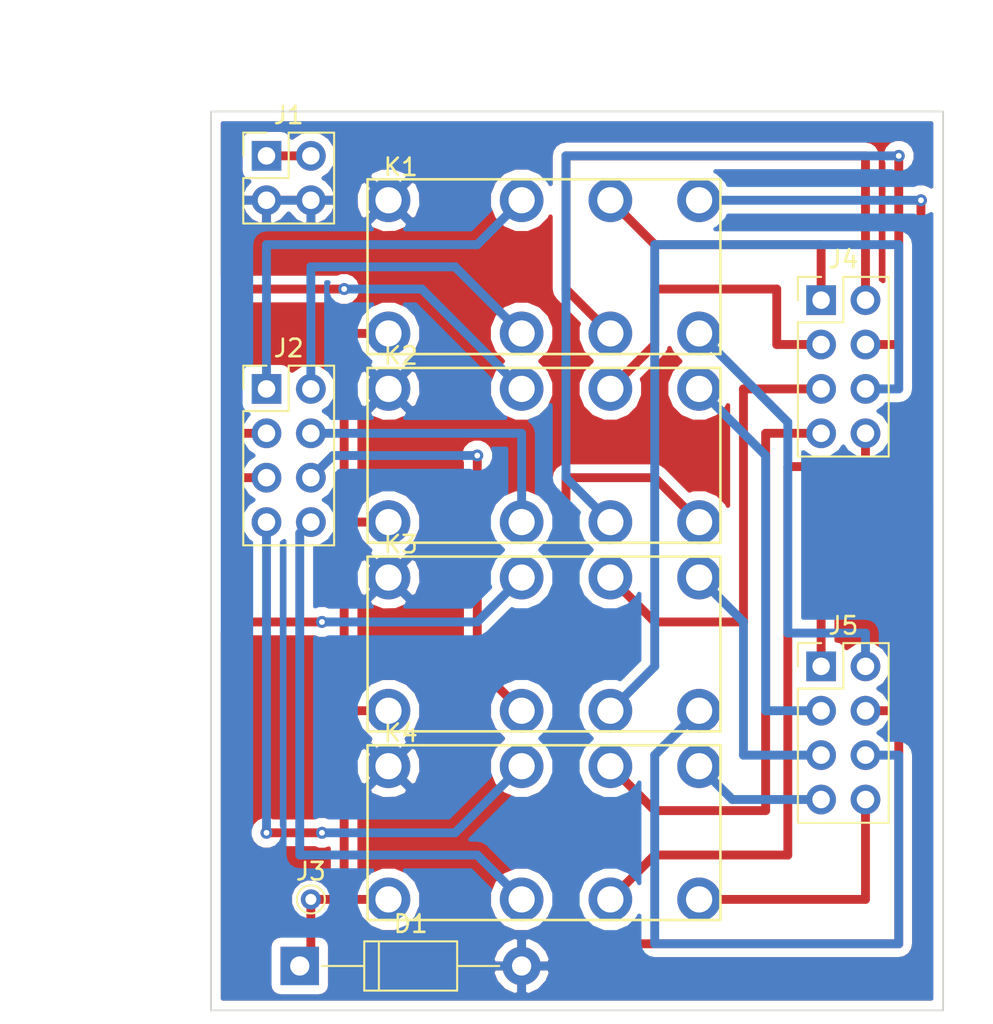
<source format=kicad_pcb>
(kicad_pcb (version 4) (host pcbnew 4.0.7)

  (general
    (links 36)
    (no_connects 0)
    (area 0 0 0 0)
    (thickness 1.6)
    (drawings 6)
    (tracks 119)
    (zones 0)
    (modules 10)
    (nets 28)
  )

  (page A4)
  (layers
    (0 F.Cu signal)
    (31 B.Cu signal)
    (32 B.Adhes user)
    (33 F.Adhes user)
    (34 B.Paste user)
    (35 F.Paste user)
    (36 B.SilkS user)
    (37 F.SilkS user)
    (38 B.Mask user)
    (39 F.Mask user)
    (40 Dwgs.User user)
    (41 Cmts.User user)
    (42 Eco1.User user)
    (43 Eco2.User user)
    (44 Edge.Cuts user)
    (45 Margin user)
    (46 B.CrtYd user)
    (47 F.CrtYd user)
    (48 B.Fab user)
    (49 F.Fab user)
  )

  (setup
    (last_trace_width 0.508)
    (trace_clearance 0.508)
    (zone_clearance 0.508)
    (zone_45_only no)
    (trace_min 0.1524)
    (segment_width 0.2)
    (edge_width 0.1)
    (via_size 0.6858)
    (via_drill 0.3302)
    (via_min_size 0.6858)
    (via_min_drill 0.3302)
    (uvia_size 0.6858)
    (uvia_drill 0.3302)
    (uvias_allowed no)
    (uvia_min_size 0)
    (uvia_min_drill 0)
    (pcb_text_width 0.3)
    (pcb_text_size 1.5 1.5)
    (mod_edge_width 0.15)
    (mod_text_size 1 1)
    (mod_text_width 0.15)
    (pad_size 1.5 1.5)
    (pad_drill 0.6)
    (pad_to_mask_clearance 0.0508)
    (aux_axis_origin 0 0)
    (visible_elements FFFFFF7F)
    (pcbplotparams
      (layerselection 0x00030_80000001)
      (usegerberextensions false)
      (excludeedgelayer true)
      (linewidth 0.100000)
      (plotframeref false)
      (viasonmask false)
      (mode 1)
      (useauxorigin false)
      (hpglpennumber 1)
      (hpglpenspeed 20)
      (hpglpendiameter 15)
      (hpglpenoverlay 2)
      (psnegative false)
      (psa4output false)
      (plotreference true)
      (plotvalue true)
      (plotinvisibletext false)
      (padsonsilk false)
      (subtractmaskfromsilk false)
      (outputformat 1)
      (mirror false)
      (drillshape 1)
      (scaleselection 1)
      (outputdirectory ""))
  )

  (net 0 "")
  (net 1 "Net-(D1-Pad1)")
  (net 2 GND)
  (net 3 +12V)
  (net 4 "Net-(J2-Pad1)")
  (net 5 "Net-(J2-Pad2)")
  (net 6 "Net-(J2-Pad3)")
  (net 7 "Net-(J2-Pad4)")
  (net 8 "Net-(J2-Pad5)")
  (net 9 "Net-(J2-Pad6)")
  (net 10 "Net-(J2-Pad7)")
  (net 11 "Net-(J2-Pad8)")
  (net 12 "Net-(J4-Pad1)")
  (net 13 "Net-(J4-Pad2)")
  (net 14 "Net-(J4-Pad3)")
  (net 15 "Net-(J4-Pad4)")
  (net 16 "Net-(J4-Pad5)")
  (net 17 "Net-(J4-Pad6)")
  (net 18 "Net-(J4-Pad7)")
  (net 19 "Net-(J4-Pad8)")
  (net 20 "Net-(J5-Pad1)")
  (net 21 "Net-(J5-Pad2)")
  (net 22 "Net-(J5-Pad3)")
  (net 23 "Net-(J5-Pad4)")
  (net 24 "Net-(J5-Pad5)")
  (net 25 "Net-(J5-Pad6)")
  (net 26 "Net-(J5-Pad7)")
  (net 27 "Net-(J5-Pad8)")

  (net_class Default "This is the default net class."
    (clearance 0.508)
    (trace_width 0.508)
    (via_dia 0.6858)
    (via_drill 0.3302)
    (uvia_dia 0.6858)
    (uvia_drill 0.3302)
    (add_net +12V)
    (add_net GND)
    (add_net "Net-(D1-Pad1)")
    (add_net "Net-(J2-Pad1)")
    (add_net "Net-(J2-Pad2)")
    (add_net "Net-(J2-Pad3)")
    (add_net "Net-(J2-Pad4)")
    (add_net "Net-(J2-Pad5)")
    (add_net "Net-(J2-Pad6)")
    (add_net "Net-(J2-Pad7)")
    (add_net "Net-(J2-Pad8)")
    (add_net "Net-(J4-Pad1)")
    (add_net "Net-(J4-Pad2)")
    (add_net "Net-(J4-Pad3)")
    (add_net "Net-(J4-Pad4)")
    (add_net "Net-(J4-Pad5)")
    (add_net "Net-(J4-Pad6)")
    (add_net "Net-(J4-Pad7)")
    (add_net "Net-(J4-Pad8)")
    (add_net "Net-(J5-Pad1)")
    (add_net "Net-(J5-Pad2)")
    (add_net "Net-(J5-Pad3)")
    (add_net "Net-(J5-Pad4)")
    (add_net "Net-(J5-Pad5)")
    (add_net "Net-(J5-Pad6)")
    (add_net "Net-(J5-Pad7)")
    (add_net "Net-(J5-Pad8)")
  )

  (net_class Minimal ""
    (clearance 0.1524)
    (trace_width 0.1524)
    (via_dia 0.6858)
    (via_drill 0.3302)
    (uvia_dia 0.6858)
    (uvia_drill 0.3302)
  )

  (module Diodes_THT:D_DO-41_SOD81_P12.70mm_Horizontal (layer F.Cu) (tedit 5921392F) (tstamp 5A5A4A70)
    (at 161.925 125.095)
    (descr "D, DO-41_SOD81 series, Axial, Horizontal, pin pitch=12.7mm, , length*diameter=5.2*2.7mm^2, , http://www.diodes.com/_files/packages/DO-41%20(Plastic).pdf")
    (tags "D DO-41_SOD81 series Axial Horizontal pin pitch 12.7mm  length 5.2mm diameter 2.7mm")
    (path /5A5AA274)
    (fp_text reference D1 (at 6.35 -2.41) (layer F.SilkS)
      (effects (font (size 1 1) (thickness 0.15)))
    )
    (fp_text value D (at 6.35 2.41) (layer F.Fab)
      (effects (font (size 1 1) (thickness 0.15)))
    )
    (fp_text user %R (at 6.35 0) (layer F.Fab)
      (effects (font (size 1 1) (thickness 0.15)))
    )
    (fp_line (start 3.75 -1.35) (end 3.75 1.35) (layer F.Fab) (width 0.1))
    (fp_line (start 3.75 1.35) (end 8.95 1.35) (layer F.Fab) (width 0.1))
    (fp_line (start 8.95 1.35) (end 8.95 -1.35) (layer F.Fab) (width 0.1))
    (fp_line (start 8.95 -1.35) (end 3.75 -1.35) (layer F.Fab) (width 0.1))
    (fp_line (start 0 0) (end 3.75 0) (layer F.Fab) (width 0.1))
    (fp_line (start 12.7 0) (end 8.95 0) (layer F.Fab) (width 0.1))
    (fp_line (start 4.53 -1.35) (end 4.53 1.35) (layer F.Fab) (width 0.1))
    (fp_line (start 3.69 -1.41) (end 3.69 1.41) (layer F.SilkS) (width 0.12))
    (fp_line (start 3.69 1.41) (end 9.01 1.41) (layer F.SilkS) (width 0.12))
    (fp_line (start 9.01 1.41) (end 9.01 -1.41) (layer F.SilkS) (width 0.12))
    (fp_line (start 9.01 -1.41) (end 3.69 -1.41) (layer F.SilkS) (width 0.12))
    (fp_line (start 1.28 0) (end 3.69 0) (layer F.SilkS) (width 0.12))
    (fp_line (start 11.42 0) (end 9.01 0) (layer F.SilkS) (width 0.12))
    (fp_line (start 4.53 -1.41) (end 4.53 1.41) (layer F.SilkS) (width 0.12))
    (fp_line (start -1.35 -1.7) (end -1.35 1.7) (layer F.CrtYd) (width 0.05))
    (fp_line (start -1.35 1.7) (end 14.05 1.7) (layer F.CrtYd) (width 0.05))
    (fp_line (start 14.05 1.7) (end 14.05 -1.7) (layer F.CrtYd) (width 0.05))
    (fp_line (start 14.05 -1.7) (end -1.35 -1.7) (layer F.CrtYd) (width 0.05))
    (pad 1 thru_hole rect (at 0 0) (size 2.2 2.2) (drill 1.1) (layers *.Cu *.Mask)
      (net 1 "Net-(D1-Pad1)"))
    (pad 2 thru_hole oval (at 12.7 0) (size 2.2 2.2) (drill 1.1) (layers *.Cu *.Mask)
      (net 2 GND))
    (model ${KISYS3DMOD}/Diodes_THT.3dshapes/D_DO-41_SOD81_P12.70mm_Horizontal.wrl
      (at (xyz 0 0 0))
      (scale (xyz 0.393701 0.393701 0.393701))
      (rotate (xyz 0 0 0))
    )
  )

  (module Pin_Headers:Pin_Header_Straight_2x02_Pitch2.54mm (layer F.Cu) (tedit 59650532) (tstamp 5A5A4A78)
    (at 160.02 78.74)
    (descr "Through hole straight pin header, 2x02, 2.54mm pitch, double rows")
    (tags "Through hole pin header THT 2x02 2.54mm double row")
    (path /5A500D64)
    (fp_text reference J1 (at 1.27 -2.33) (layer F.SilkS)
      (effects (font (size 1 1) (thickness 0.15)))
    )
    (fp_text value Conn_02x02_Odd_Even (at 1.27 4.87) (layer F.Fab)
      (effects (font (size 1 1) (thickness 0.15)))
    )
    (fp_line (start 0 -1.27) (end 3.81 -1.27) (layer F.Fab) (width 0.1))
    (fp_line (start 3.81 -1.27) (end 3.81 3.81) (layer F.Fab) (width 0.1))
    (fp_line (start 3.81 3.81) (end -1.27 3.81) (layer F.Fab) (width 0.1))
    (fp_line (start -1.27 3.81) (end -1.27 0) (layer F.Fab) (width 0.1))
    (fp_line (start -1.27 0) (end 0 -1.27) (layer F.Fab) (width 0.1))
    (fp_line (start -1.33 3.87) (end 3.87 3.87) (layer F.SilkS) (width 0.12))
    (fp_line (start -1.33 1.27) (end -1.33 3.87) (layer F.SilkS) (width 0.12))
    (fp_line (start 3.87 -1.33) (end 3.87 3.87) (layer F.SilkS) (width 0.12))
    (fp_line (start -1.33 1.27) (end 1.27 1.27) (layer F.SilkS) (width 0.12))
    (fp_line (start 1.27 1.27) (end 1.27 -1.33) (layer F.SilkS) (width 0.12))
    (fp_line (start 1.27 -1.33) (end 3.87 -1.33) (layer F.SilkS) (width 0.12))
    (fp_line (start -1.33 0) (end -1.33 -1.33) (layer F.SilkS) (width 0.12))
    (fp_line (start -1.33 -1.33) (end 0 -1.33) (layer F.SilkS) (width 0.12))
    (fp_line (start -1.8 -1.8) (end -1.8 4.35) (layer F.CrtYd) (width 0.05))
    (fp_line (start -1.8 4.35) (end 4.35 4.35) (layer F.CrtYd) (width 0.05))
    (fp_line (start 4.35 4.35) (end 4.35 -1.8) (layer F.CrtYd) (width 0.05))
    (fp_line (start 4.35 -1.8) (end -1.8 -1.8) (layer F.CrtYd) (width 0.05))
    (fp_text user %R (at 1.27 1.27 90) (layer F.Fab)
      (effects (font (size 1 1) (thickness 0.15)))
    )
    (pad 1 thru_hole rect (at 0 0) (size 1.7 1.7) (drill 1) (layers *.Cu *.Mask)
      (net 3 +12V))
    (pad 2 thru_hole oval (at 2.54 0) (size 1.7 1.7) (drill 1) (layers *.Cu *.Mask)
      (net 3 +12V))
    (pad 3 thru_hole oval (at 0 2.54) (size 1.7 1.7) (drill 1) (layers *.Cu *.Mask)
      (net 2 GND))
    (pad 4 thru_hole oval (at 2.54 2.54) (size 1.7 1.7) (drill 1) (layers *.Cu *.Mask)
      (net 2 GND))
    (model ${KISYS3DMOD}/Pin_Headers.3dshapes/Pin_Header_Straight_2x02_Pitch2.54mm.wrl
      (at (xyz 0 0 0))
      (scale (xyz 1 1 1))
      (rotate (xyz 0 0 0))
    )
  )

  (module Pin_Headers:Pin_Header_Straight_2x04_Pitch2.54mm (layer F.Cu) (tedit 59650532) (tstamp 5A5A4A84)
    (at 160.02 92.075)
    (descr "Through hole straight pin header, 2x04, 2.54mm pitch, double rows")
    (tags "Through hole pin header THT 2x04 2.54mm double row")
    (path /5A5172A9)
    (fp_text reference J2 (at 1.27 -2.33) (layer F.SilkS)
      (effects (font (size 1 1) (thickness 0.15)))
    )
    (fp_text value Conn_02x04_Odd_Even (at 1.27 9.95) (layer F.Fab)
      (effects (font (size 1 1) (thickness 0.15)))
    )
    (fp_line (start 0 -1.27) (end 3.81 -1.27) (layer F.Fab) (width 0.1))
    (fp_line (start 3.81 -1.27) (end 3.81 8.89) (layer F.Fab) (width 0.1))
    (fp_line (start 3.81 8.89) (end -1.27 8.89) (layer F.Fab) (width 0.1))
    (fp_line (start -1.27 8.89) (end -1.27 0) (layer F.Fab) (width 0.1))
    (fp_line (start -1.27 0) (end 0 -1.27) (layer F.Fab) (width 0.1))
    (fp_line (start -1.33 8.95) (end 3.87 8.95) (layer F.SilkS) (width 0.12))
    (fp_line (start -1.33 1.27) (end -1.33 8.95) (layer F.SilkS) (width 0.12))
    (fp_line (start 3.87 -1.33) (end 3.87 8.95) (layer F.SilkS) (width 0.12))
    (fp_line (start -1.33 1.27) (end 1.27 1.27) (layer F.SilkS) (width 0.12))
    (fp_line (start 1.27 1.27) (end 1.27 -1.33) (layer F.SilkS) (width 0.12))
    (fp_line (start 1.27 -1.33) (end 3.87 -1.33) (layer F.SilkS) (width 0.12))
    (fp_line (start -1.33 0) (end -1.33 -1.33) (layer F.SilkS) (width 0.12))
    (fp_line (start -1.33 -1.33) (end 0 -1.33) (layer F.SilkS) (width 0.12))
    (fp_line (start -1.8 -1.8) (end -1.8 9.4) (layer F.CrtYd) (width 0.05))
    (fp_line (start -1.8 9.4) (end 4.35 9.4) (layer F.CrtYd) (width 0.05))
    (fp_line (start 4.35 9.4) (end 4.35 -1.8) (layer F.CrtYd) (width 0.05))
    (fp_line (start 4.35 -1.8) (end -1.8 -1.8) (layer F.CrtYd) (width 0.05))
    (fp_text user %R (at 1.27 3.81 90) (layer F.Fab)
      (effects (font (size 1 1) (thickness 0.15)))
    )
    (pad 1 thru_hole rect (at 0 0) (size 1.7 1.7) (drill 1) (layers *.Cu *.Mask)
      (net 4 "Net-(J2-Pad1)"))
    (pad 2 thru_hole oval (at 2.54 0) (size 1.7 1.7) (drill 1) (layers *.Cu *.Mask)
      (net 5 "Net-(J2-Pad2)"))
    (pad 3 thru_hole oval (at 0 2.54) (size 1.7 1.7) (drill 1) (layers *.Cu *.Mask)
      (net 6 "Net-(J2-Pad3)"))
    (pad 4 thru_hole oval (at 2.54 2.54) (size 1.7 1.7) (drill 1) (layers *.Cu *.Mask)
      (net 7 "Net-(J2-Pad4)"))
    (pad 5 thru_hole oval (at 0 5.08) (size 1.7 1.7) (drill 1) (layers *.Cu *.Mask)
      (net 8 "Net-(J2-Pad5)"))
    (pad 6 thru_hole oval (at 2.54 5.08) (size 1.7 1.7) (drill 1) (layers *.Cu *.Mask)
      (net 9 "Net-(J2-Pad6)"))
    (pad 7 thru_hole oval (at 0 7.62) (size 1.7 1.7) (drill 1) (layers *.Cu *.Mask)
      (net 10 "Net-(J2-Pad7)"))
    (pad 8 thru_hole oval (at 2.54 7.62) (size 1.7 1.7) (drill 1) (layers *.Cu *.Mask)
      (net 11 "Net-(J2-Pad8)"))
    (model ${KISYS3DMOD}/Pin_Headers.3dshapes/Pin_Header_Straight_2x04_Pitch2.54mm.wrl
      (at (xyz 0 0 0))
      (scale (xyz 1 1 1))
      (rotate (xyz 0 0 0))
    )
  )

  (module Connectors:PINTST (layer F.Cu) (tedit 58613369) (tstamp 5A5A4A89)
    (at 162.56 121.285)
    (descr "module 1 pin (ou trou mecanique de percage)")
    (tags DEV)
    (path /5A516E4C)
    (fp_text reference J3 (at 0 -1.6) (layer F.SilkS)
      (effects (font (size 1 1) (thickness 0.15)))
    )
    (fp_text value Conn_01x01 (at 0 1.6) (layer F.Fab)
      (effects (font (size 1 1) (thickness 0.15)))
    )
    (fp_circle (center 0 0) (end 1.1 0) (layer F.CrtYd) (width 0.05))
    (fp_circle (center 0 0) (end 0.4 0.6) (layer F.Fab) (width 0.1))
    (fp_circle (center 0 0) (end -0.254 -0.762) (layer F.SilkS) (width 0.12))
    (pad 1 thru_hole circle (at 0 0) (size 1.143 1.143) (drill 0.635) (layers *.Cu *.Mask)
      (net 1 "Net-(D1-Pad1)"))
    (model ${KISYS3DMOD}/Connectors.3dshapes/PINTST.wrl
      (at (xyz 0 0 0))
      (scale (xyz 1 1 1))
      (rotate (xyz 0 0 0))
    )
  )

  (module Pin_Headers:Pin_Header_Straight_2x04_Pitch2.54mm (layer F.Cu) (tedit 59650532) (tstamp 5A5A4A95)
    (at 191.77 86.995)
    (descr "Through hole straight pin header, 2x04, 2.54mm pitch, double rows")
    (tags "Through hole pin header THT 2x04 2.54mm double row")
    (path /5A5189E0)
    (fp_text reference J4 (at 1.27 -2.33) (layer F.SilkS)
      (effects (font (size 1 1) (thickness 0.15)))
    )
    (fp_text value Conn_02x04_Odd_Even (at 1.27 9.95) (layer F.Fab)
      (effects (font (size 1 1) (thickness 0.15)))
    )
    (fp_line (start 0 -1.27) (end 3.81 -1.27) (layer F.Fab) (width 0.1))
    (fp_line (start 3.81 -1.27) (end 3.81 8.89) (layer F.Fab) (width 0.1))
    (fp_line (start 3.81 8.89) (end -1.27 8.89) (layer F.Fab) (width 0.1))
    (fp_line (start -1.27 8.89) (end -1.27 0) (layer F.Fab) (width 0.1))
    (fp_line (start -1.27 0) (end 0 -1.27) (layer F.Fab) (width 0.1))
    (fp_line (start -1.33 8.95) (end 3.87 8.95) (layer F.SilkS) (width 0.12))
    (fp_line (start -1.33 1.27) (end -1.33 8.95) (layer F.SilkS) (width 0.12))
    (fp_line (start 3.87 -1.33) (end 3.87 8.95) (layer F.SilkS) (width 0.12))
    (fp_line (start -1.33 1.27) (end 1.27 1.27) (layer F.SilkS) (width 0.12))
    (fp_line (start 1.27 1.27) (end 1.27 -1.33) (layer F.SilkS) (width 0.12))
    (fp_line (start 1.27 -1.33) (end 3.87 -1.33) (layer F.SilkS) (width 0.12))
    (fp_line (start -1.33 0) (end -1.33 -1.33) (layer F.SilkS) (width 0.12))
    (fp_line (start -1.33 -1.33) (end 0 -1.33) (layer F.SilkS) (width 0.12))
    (fp_line (start -1.8 -1.8) (end -1.8 9.4) (layer F.CrtYd) (width 0.05))
    (fp_line (start -1.8 9.4) (end 4.35 9.4) (layer F.CrtYd) (width 0.05))
    (fp_line (start 4.35 9.4) (end 4.35 -1.8) (layer F.CrtYd) (width 0.05))
    (fp_line (start 4.35 -1.8) (end -1.8 -1.8) (layer F.CrtYd) (width 0.05))
    (fp_text user %R (at 1.27 3.81 90) (layer F.Fab)
      (effects (font (size 1 1) (thickness 0.15)))
    )
    (pad 1 thru_hole rect (at 0 0) (size 1.7 1.7) (drill 1) (layers *.Cu *.Mask)
      (net 12 "Net-(J4-Pad1)"))
    (pad 2 thru_hole oval (at 2.54 0) (size 1.7 1.7) (drill 1) (layers *.Cu *.Mask)
      (net 13 "Net-(J4-Pad2)"))
    (pad 3 thru_hole oval (at 0 2.54) (size 1.7 1.7) (drill 1) (layers *.Cu *.Mask)
      (net 14 "Net-(J4-Pad3)"))
    (pad 4 thru_hole oval (at 2.54 2.54) (size 1.7 1.7) (drill 1) (layers *.Cu *.Mask)
      (net 15 "Net-(J4-Pad4)"))
    (pad 5 thru_hole oval (at 0 5.08) (size 1.7 1.7) (drill 1) (layers *.Cu *.Mask)
      (net 16 "Net-(J4-Pad5)"))
    (pad 6 thru_hole oval (at 2.54 5.08) (size 1.7 1.7) (drill 1) (layers *.Cu *.Mask)
      (net 17 "Net-(J4-Pad6)"))
    (pad 7 thru_hole oval (at 0 7.62) (size 1.7 1.7) (drill 1) (layers *.Cu *.Mask)
      (net 18 "Net-(J4-Pad7)"))
    (pad 8 thru_hole oval (at 2.54 7.62) (size 1.7 1.7) (drill 1) (layers *.Cu *.Mask)
      (net 19 "Net-(J4-Pad8)"))
    (model ${KISYS3DMOD}/Pin_Headers.3dshapes/Pin_Header_Straight_2x04_Pitch2.54mm.wrl
      (at (xyz 0 0 0))
      (scale (xyz 1 1 1))
      (rotate (xyz 0 0 0))
    )
  )

  (module Pin_Headers:Pin_Header_Straight_2x04_Pitch2.54mm (layer F.Cu) (tedit 59650532) (tstamp 5A5A4AA1)
    (at 191.77 107.95)
    (descr "Through hole straight pin header, 2x04, 2.54mm pitch, double rows")
    (tags "Through hole pin header THT 2x04 2.54mm double row")
    (path /5A518A5C)
    (fp_text reference J5 (at 1.27 -2.33) (layer F.SilkS)
      (effects (font (size 1 1) (thickness 0.15)))
    )
    (fp_text value Conn_02x04_Odd_Even (at 1.27 9.95) (layer F.Fab)
      (effects (font (size 1 1) (thickness 0.15)))
    )
    (fp_line (start 0 -1.27) (end 3.81 -1.27) (layer F.Fab) (width 0.1))
    (fp_line (start 3.81 -1.27) (end 3.81 8.89) (layer F.Fab) (width 0.1))
    (fp_line (start 3.81 8.89) (end -1.27 8.89) (layer F.Fab) (width 0.1))
    (fp_line (start -1.27 8.89) (end -1.27 0) (layer F.Fab) (width 0.1))
    (fp_line (start -1.27 0) (end 0 -1.27) (layer F.Fab) (width 0.1))
    (fp_line (start -1.33 8.95) (end 3.87 8.95) (layer F.SilkS) (width 0.12))
    (fp_line (start -1.33 1.27) (end -1.33 8.95) (layer F.SilkS) (width 0.12))
    (fp_line (start 3.87 -1.33) (end 3.87 8.95) (layer F.SilkS) (width 0.12))
    (fp_line (start -1.33 1.27) (end 1.27 1.27) (layer F.SilkS) (width 0.12))
    (fp_line (start 1.27 1.27) (end 1.27 -1.33) (layer F.SilkS) (width 0.12))
    (fp_line (start 1.27 -1.33) (end 3.87 -1.33) (layer F.SilkS) (width 0.12))
    (fp_line (start -1.33 0) (end -1.33 -1.33) (layer F.SilkS) (width 0.12))
    (fp_line (start -1.33 -1.33) (end 0 -1.33) (layer F.SilkS) (width 0.12))
    (fp_line (start -1.8 -1.8) (end -1.8 9.4) (layer F.CrtYd) (width 0.05))
    (fp_line (start -1.8 9.4) (end 4.35 9.4) (layer F.CrtYd) (width 0.05))
    (fp_line (start 4.35 9.4) (end 4.35 -1.8) (layer F.CrtYd) (width 0.05))
    (fp_line (start 4.35 -1.8) (end -1.8 -1.8) (layer F.CrtYd) (width 0.05))
    (fp_text user %R (at 1.27 3.81 90) (layer F.Fab)
      (effects (font (size 1 1) (thickness 0.15)))
    )
    (pad 1 thru_hole rect (at 0 0) (size 1.7 1.7) (drill 1) (layers *.Cu *.Mask)
      (net 20 "Net-(J5-Pad1)"))
    (pad 2 thru_hole oval (at 2.54 0) (size 1.7 1.7) (drill 1) (layers *.Cu *.Mask)
      (net 21 "Net-(J5-Pad2)"))
    (pad 3 thru_hole oval (at 0 2.54) (size 1.7 1.7) (drill 1) (layers *.Cu *.Mask)
      (net 22 "Net-(J5-Pad3)"))
    (pad 4 thru_hole oval (at 2.54 2.54) (size 1.7 1.7) (drill 1) (layers *.Cu *.Mask)
      (net 23 "Net-(J5-Pad4)"))
    (pad 5 thru_hole oval (at 0 5.08) (size 1.7 1.7) (drill 1) (layers *.Cu *.Mask)
      (net 24 "Net-(J5-Pad5)"))
    (pad 6 thru_hole oval (at 2.54 5.08) (size 1.7 1.7) (drill 1) (layers *.Cu *.Mask)
      (net 25 "Net-(J5-Pad6)"))
    (pad 7 thru_hole oval (at 0 7.62) (size 1.7 1.7) (drill 1) (layers *.Cu *.Mask)
      (net 26 "Net-(J5-Pad7)"))
    (pad 8 thru_hole oval (at 2.54 7.62) (size 1.7 1.7) (drill 1) (layers *.Cu *.Mask)
      (net 27 "Net-(J5-Pad8)"))
    (model ${KISYS3DMOD}/Pin_Headers.3dshapes/Pin_Header_Straight_2x04_Pitch2.54mm.wrl
      (at (xyz 0 0 0))
      (scale (xyz 1 1 1))
      (rotate (xyz 0 0 0))
    )
  )

  (module hk19f:Relay_DPDT_HK19F (layer F.Cu) (tedit 5A500BF6) (tstamp 5A5A4AAD)
    (at 167.005 81.28)
    (path /5A50E2A1)
    (fp_text reference K1 (at 0.7 -1.9) (layer F.SilkS)
      (effects (font (size 1 1) (thickness 0.15)))
    )
    (fp_text value HK19F (at 1 9.8) (layer F.Fab)
      (effects (font (size 1 1) (thickness 0.15)))
    )
    (fp_line (start -1.2 -1.2) (end -1.2 8.8) (layer F.SilkS) (width 0.15))
    (fp_line (start -1.2 8.8) (end 19 8.8) (layer F.SilkS) (width 0.15))
    (fp_line (start 19 8.8) (end 19 -1.2) (layer F.SilkS) (width 0.15))
    (fp_line (start 19 -1.2) (end -1.2 -1.2) (layer F.SilkS) (width 0.15))
    (pad 11 thru_hole circle (at 12.7 7.62) (size 2.5 2.5) (drill 1.5) (layers *.Cu *.Mask)
      (net 13 "Net-(J4-Pad2)"))
    (pad 9 thru_hole circle (at 17.78 7.62) (size 2.5 2.5) (drill 1.5) (layers *.Cu *.Mask)
      (net 21 "Net-(J5-Pad2)"))
    (pad 8 thru_hole circle (at 17.78 0) (size 2.5 2.5) (drill 1.5) (layers *.Cu *.Mask)
      (net 20 "Net-(J5-Pad1)"))
    (pad 6 thru_hole circle (at 12.7 0) (size 2.5 2.5) (drill 1.5) (layers *.Cu *.Mask)
      (net 12 "Net-(J4-Pad1)"))
    (pad 13 thru_hole circle (at 7.62 7.62) (size 2.5 2.5) (drill 1.5) (layers *.Cu *.Mask)
      (net 5 "Net-(J2-Pad2)"))
    (pad 4 thru_hole circle (at 7.62 0) (size 2.5 2.5) (drill 1.5) (layers *.Cu *.Mask)
      (net 4 "Net-(J2-Pad1)"))
    (pad 16 thru_hole circle (at 0 7.62) (size 2.5 2.5) (drill 1.5) (layers *.Cu *.Mask)
      (net 1 "Net-(D1-Pad1)"))
    (pad 1 thru_hole circle (at 0 0) (size 2.5 2.5) (drill 1.5) (layers *.Cu *.Mask)
      (net 2 GND))
  )

  (module hk19f:Relay_DPDT_HK19F (layer F.Cu) (tedit 5A500BF6) (tstamp 5A5A4AB9)
    (at 167.005 92.075)
    (path /5A50E9D7)
    (fp_text reference K2 (at 0.7 -1.9) (layer F.SilkS)
      (effects (font (size 1 1) (thickness 0.15)))
    )
    (fp_text value HK19F (at 1 9.8) (layer F.Fab)
      (effects (font (size 1 1) (thickness 0.15)))
    )
    (fp_line (start -1.2 -1.2) (end -1.2 8.8) (layer F.SilkS) (width 0.15))
    (fp_line (start -1.2 8.8) (end 19 8.8) (layer F.SilkS) (width 0.15))
    (fp_line (start 19 8.8) (end 19 -1.2) (layer F.SilkS) (width 0.15))
    (fp_line (start 19 -1.2) (end -1.2 -1.2) (layer F.SilkS) (width 0.15))
    (pad 11 thru_hole circle (at 12.7 7.62) (size 2.5 2.5) (drill 1.5) (layers *.Cu *.Mask)
      (net 15 "Net-(J4-Pad4)"))
    (pad 9 thru_hole circle (at 17.78 7.62) (size 2.5 2.5) (drill 1.5) (layers *.Cu *.Mask)
      (net 23 "Net-(J5-Pad4)"))
    (pad 8 thru_hole circle (at 17.78 0) (size 2.5 2.5) (drill 1.5) (layers *.Cu *.Mask)
      (net 22 "Net-(J5-Pad3)"))
    (pad 6 thru_hole circle (at 12.7 0) (size 2.5 2.5) (drill 1.5) (layers *.Cu *.Mask)
      (net 14 "Net-(J4-Pad3)"))
    (pad 13 thru_hole circle (at 7.62 7.62) (size 2.5 2.5) (drill 1.5) (layers *.Cu *.Mask)
      (net 7 "Net-(J2-Pad4)"))
    (pad 4 thru_hole circle (at 7.62 0) (size 2.5 2.5) (drill 1.5) (layers *.Cu *.Mask)
      (net 6 "Net-(J2-Pad3)"))
    (pad 16 thru_hole circle (at 0 7.62) (size 2.5 2.5) (drill 1.5) (layers *.Cu *.Mask)
      (net 1 "Net-(D1-Pad1)"))
    (pad 1 thru_hole circle (at 0 0) (size 2.5 2.5) (drill 1.5) (layers *.Cu *.Mask)
      (net 2 GND))
  )

  (module hk19f:Relay_DPDT_HK19F (layer F.Cu) (tedit 5A500BF6) (tstamp 5A5A4AC5)
    (at 167.005 102.87)
    (path /5A50EB03)
    (fp_text reference K3 (at 0.7 -1.9) (layer F.SilkS)
      (effects (font (size 1 1) (thickness 0.15)))
    )
    (fp_text value HK19F (at 1 9.8) (layer F.Fab)
      (effects (font (size 1 1) (thickness 0.15)))
    )
    (fp_line (start -1.2 -1.2) (end -1.2 8.8) (layer F.SilkS) (width 0.15))
    (fp_line (start -1.2 8.8) (end 19 8.8) (layer F.SilkS) (width 0.15))
    (fp_line (start 19 8.8) (end 19 -1.2) (layer F.SilkS) (width 0.15))
    (fp_line (start 19 -1.2) (end -1.2 -1.2) (layer F.SilkS) (width 0.15))
    (pad 11 thru_hole circle (at 12.7 7.62) (size 2.5 2.5) (drill 1.5) (layers *.Cu *.Mask)
      (net 17 "Net-(J4-Pad6)"))
    (pad 9 thru_hole circle (at 17.78 7.62) (size 2.5 2.5) (drill 1.5) (layers *.Cu *.Mask)
      (net 25 "Net-(J5-Pad6)"))
    (pad 8 thru_hole circle (at 17.78 0) (size 2.5 2.5) (drill 1.5) (layers *.Cu *.Mask)
      (net 24 "Net-(J5-Pad5)"))
    (pad 6 thru_hole circle (at 12.7 0) (size 2.5 2.5) (drill 1.5) (layers *.Cu *.Mask)
      (net 16 "Net-(J4-Pad5)"))
    (pad 13 thru_hole circle (at 7.62 7.62) (size 2.5 2.5) (drill 1.5) (layers *.Cu *.Mask)
      (net 9 "Net-(J2-Pad6)"))
    (pad 4 thru_hole circle (at 7.62 0) (size 2.5 2.5) (drill 1.5) (layers *.Cu *.Mask)
      (net 8 "Net-(J2-Pad5)"))
    (pad 16 thru_hole circle (at 0 7.62) (size 2.5 2.5) (drill 1.5) (layers *.Cu *.Mask)
      (net 1 "Net-(D1-Pad1)"))
    (pad 1 thru_hole circle (at 0 0) (size 2.5 2.5) (drill 1.5) (layers *.Cu *.Mask)
      (net 2 GND))
  )

  (module hk19f:Relay_DPDT_HK19F (layer F.Cu) (tedit 5A500BF6) (tstamp 5A5A4AD1)
    (at 167.005 113.665)
    (path /5A50EB58)
    (fp_text reference K4 (at 0.7 -1.9) (layer F.SilkS)
      (effects (font (size 1 1) (thickness 0.15)))
    )
    (fp_text value HK19F (at 1 9.8) (layer F.Fab)
      (effects (font (size 1 1) (thickness 0.15)))
    )
    (fp_line (start -1.2 -1.2) (end -1.2 8.8) (layer F.SilkS) (width 0.15))
    (fp_line (start -1.2 8.8) (end 19 8.8) (layer F.SilkS) (width 0.15))
    (fp_line (start 19 8.8) (end 19 -1.2) (layer F.SilkS) (width 0.15))
    (fp_line (start 19 -1.2) (end -1.2 -1.2) (layer F.SilkS) (width 0.15))
    (pad 11 thru_hole circle (at 12.7 7.62) (size 2.5 2.5) (drill 1.5) (layers *.Cu *.Mask)
      (net 19 "Net-(J4-Pad8)"))
    (pad 9 thru_hole circle (at 17.78 7.62) (size 2.5 2.5) (drill 1.5) (layers *.Cu *.Mask)
      (net 27 "Net-(J5-Pad8)"))
    (pad 8 thru_hole circle (at 17.78 0) (size 2.5 2.5) (drill 1.5) (layers *.Cu *.Mask)
      (net 26 "Net-(J5-Pad7)"))
    (pad 6 thru_hole circle (at 12.7 0) (size 2.5 2.5) (drill 1.5) (layers *.Cu *.Mask)
      (net 18 "Net-(J4-Pad7)"))
    (pad 13 thru_hole circle (at 7.62 7.62) (size 2.5 2.5) (drill 1.5) (layers *.Cu *.Mask)
      (net 11 "Net-(J2-Pad8)"))
    (pad 4 thru_hole circle (at 7.62 0) (size 2.5 2.5) (drill 1.5) (layers *.Cu *.Mask)
      (net 10 "Net-(J2-Pad7)"))
    (pad 16 thru_hole circle (at 0 7.62) (size 2.5 2.5) (drill 1.5) (layers *.Cu *.Mask)
      (net 1 "Net-(D1-Pad1)"))
    (pad 1 thru_hole circle (at 0 0) (size 2.5 2.5) (drill 1.5) (layers *.Cu *.Mask)
      (net 2 GND))
  )

  (dimension 52.705 (width 0.3) (layer Dwgs.User)
    (gr_text "2.0750 in" (at 151.05 101.9175 270) (layer Dwgs.User)
      (effects (font (size 1.5 1.5) (thickness 0.3)))
    )
    (feature1 (pts (xy 153.67 128.27) (xy 149.7 128.27)))
    (feature2 (pts (xy 153.67 75.565) (xy 149.7 75.565)))
    (crossbar (pts (xy 152.4 75.565) (xy 152.4 128.27)))
    (arrow1a (pts (xy 152.4 128.27) (xy 151.813579 127.143496)))
    (arrow1b (pts (xy 152.4 128.27) (xy 152.986421 127.143496)))
    (arrow2a (pts (xy 152.4 75.565) (xy 151.813579 76.691504)))
    (arrow2b (pts (xy 152.4 75.565) (xy 152.986421 76.691504)))
  )
  (dimension 43.18 (width 0.3) (layer Dwgs.User)
    (gr_text "1.7000 in" (at 177.8 71.675) (layer Dwgs.User)
      (effects (font (size 1.5 1.5) (thickness 0.3)))
    )
    (feature1 (pts (xy 199.39 73.66) (xy 199.39 70.325)))
    (feature2 (pts (xy 156.21 73.66) (xy 156.21 70.325)))
    (crossbar (pts (xy 156.21 73.025) (xy 199.39 73.025)))
    (arrow1a (pts (xy 199.39 73.025) (xy 198.263496 73.611421)))
    (arrow1b (pts (xy 199.39 73.025) (xy 198.263496 72.438579)))
    (arrow2a (pts (xy 156.21 73.025) (xy 157.336504 73.611421)))
    (arrow2b (pts (xy 156.21 73.025) (xy 157.336504 72.438579)))
  )
  (gr_line (start 156.845 76.2) (end 156.845 127.635) (angle 90) (layer Edge.Cuts) (width 0.1))
  (gr_line (start 198.755 76.2) (end 156.845 76.2) (angle 90) (layer Edge.Cuts) (width 0.1))
  (gr_line (start 198.755 127.635) (end 198.755 76.2) (angle 90) (layer Edge.Cuts) (width 0.1))
  (gr_line (start 156.845 127.635) (end 198.755 127.635) (angle 90) (layer Edge.Cuts) (width 0.1))

  (segment (start 162.56 121.285) (end 162.56 124.46) (width 0.508) (layer F.Cu) (net 1))
  (segment (start 162.56 124.46) (end 161.925 125.095) (width 0.508) (layer F.Cu) (net 1) (tstamp 5A5A5D57))
  (segment (start 164.465 121.285) (end 164.465 118.745) (width 0.508) (layer F.Cu) (net 1))
  (segment (start 164.465 118.745) (end 164.465 110.49) (width 0.508) (layer F.Cu) (net 1) (tstamp 5A5A5AC4))
  (segment (start 167.005 121.285) (end 164.465 121.285) (width 0.508) (layer F.Cu) (net 1))
  (segment (start 164.465 121.285) (end 162.56 121.285) (width 0.508) (layer F.Cu) (net 1) (tstamp 5A5A5D34))
  (segment (start 167.005 110.49) (end 164.465 110.49) (width 0.508) (layer F.Cu) (net 1))
  (segment (start 164.465 110.49) (end 164.465 99.695) (width 0.508) (layer F.Cu) (net 1) (tstamp 5A5A5AC0))
  (segment (start 167.005 88.9) (end 164.465 88.9) (width 0.508) (layer F.Cu) (net 1))
  (segment (start 164.465 99.695) (end 167.005 99.695) (width 0.508) (layer F.Cu) (net 1) (tstamp 5A5A5AB9))
  (segment (start 164.465 88.9) (end 164.465 99.695) (width 0.508) (layer F.Cu) (net 1) (tstamp 5A5A5AB8))
  (segment (start 160.02 78.74) (end 162.56 78.74) (width 0.508) (layer F.Cu) (net 3))
  (segment (start 172.085 83.82) (end 165.1 83.82) (width 0.508) (layer B.Cu) (net 4) (tstamp 5A5A4D05))
  (segment (start 172.085 83.82) (end 174.625 81.28) (width 0.508) (layer B.Cu) (net 4) (status 20))
  (segment (start 160.02 83.82) (end 165.1 83.82) (width 0.508) (layer B.Cu) (net 4) (tstamp 5A5A50F4))
  (segment (start 160.02 92.075) (end 160.02 83.82) (width 0.508) (layer B.Cu) (net 4) (tstamp 5A5A50F0))
  (segment (start 162.56 92.075) (end 162.56 88.9) (width 0.508) (layer B.Cu) (net 5) (status 10))
  (segment (start 170.815 85.09) (end 174.625 88.9) (width 0.508) (layer B.Cu) (net 5) (tstamp 5A5A4D0A) (status 20))
  (segment (start 162.56 85.09) (end 170.815 85.09) (width 0.508) (layer B.Cu) (net 5) (tstamp 5A5A50D8))
  (segment (start 162.56 88.9) (end 162.56 85.09) (width 0.508) (layer B.Cu) (net 5) (tstamp 5A5A50D2))
  (segment (start 160.02 94.615) (end 158.115 94.615) (width 0.508) (layer F.Cu) (net 6))
  (segment (start 158.115 94.615) (end 158.115 86.36) (width 0.508) (layer F.Cu) (net 6) (tstamp 5A5A5CD7))
  (segment (start 158.115 86.36) (end 164.465 86.36) (width 0.508) (layer F.Cu) (net 6) (tstamp 5A5A5CDB))
  (via (at 164.465 86.36) (size 0.6858) (drill 0.3302) (layers F.Cu B.Cu) (net 6))
  (segment (start 168.91 86.36) (end 174.625 92.075) (width 0.508) (layer B.Cu) (net 6) (tstamp 5A5A5498))
  (segment (start 164.465 86.36) (end 168.91 86.36) (width 0.508) (layer B.Cu) (net 6) (tstamp 5A5A5493))
  (segment (start 164.465 86.36) (end 164.465 86.36) (width 0.508) (layer B.Cu) (net 6) (tstamp 5A5A5490))
  (segment (start 174.625 99.695) (end 174.625 94.615) (width 0.508) (layer B.Cu) (net 7))
  (segment (start 174.625 94.615) (end 162.56 94.615) (width 0.508) (layer B.Cu) (net 7) (tstamp 5A5A4D1E) (status 20))
  (segment (start 174.625 102.87) (end 172.085 105.41) (width 0.508) (layer B.Cu) (net 8))
  (segment (start 158.115 97.155) (end 160.02 97.155) (width 0.508) (layer F.Cu) (net 8) (tstamp 5A5A5CD0))
  (segment (start 158.115 105.41) (end 158.115 97.155) (width 0.508) (layer F.Cu) (net 8) (tstamp 5A5A5CCF))
  (segment (start 163.195 105.41) (end 158.115 105.41) (width 0.508) (layer F.Cu) (net 8) (tstamp 5A5A5CCE))
  (via (at 163.195 105.41) (size 0.6858) (drill 0.3302) (layers F.Cu B.Cu) (net 8))
  (segment (start 172.085 105.41) (end 163.195 105.41) (width 0.508) (layer B.Cu) (net 8) (tstamp 5A5A5CC1))
  (segment (start 162.56 97.155) (end 163.83 95.885) (width 0.508) (layer B.Cu) (net 9))
  (segment (start 172.085 107.95) (end 174.625 110.49) (width 0.508) (layer F.Cu) (net 9) (tstamp 5A5A4E28) (status 20))
  (segment (start 172.085 95.885) (end 172.085 107.95) (width 0.508) (layer F.Cu) (net 9) (tstamp 5A5A4E27))
  (via (at 172.085 95.885) (size 0.6858) (drill 0.3302) (layers F.Cu B.Cu) (net 9))
  (segment (start 163.83 95.885) (end 172.085 95.885) (width 0.508) (layer B.Cu) (net 9) (tstamp 5A5A5C4F))
  (segment (start 174.625 113.665) (end 170.815 117.475) (width 0.508) (layer B.Cu) (net 10))
  (segment (start 160.02 117.475) (end 160.02 99.695) (width 0.508) (layer B.Cu) (net 10) (tstamp 5A5A5C98))
  (via (at 160.02 117.475) (size 0.6858) (drill 0.3302) (layers F.Cu B.Cu) (net 10))
  (segment (start 163.195 117.475) (end 160.02 117.475) (width 0.508) (layer F.Cu) (net 10) (tstamp 5A5A5C94))
  (via (at 163.195 117.475) (size 0.6858) (drill 0.3302) (layers F.Cu B.Cu) (net 10))
  (segment (start 170.815 117.475) (end 163.195 117.475) (width 0.508) (layer B.Cu) (net 10) (tstamp 5A5A5C8F))
  (segment (start 162.56 99.695) (end 161.925 100.33) (width 0.508) (layer B.Cu) (net 11))
  (segment (start 172.085 118.745) (end 174.625 121.285) (width 0.508) (layer B.Cu) (net 11) (tstamp 5A5A5C80))
  (segment (start 161.925 118.745) (end 172.085 118.745) (width 0.508) (layer B.Cu) (net 11) (tstamp 5A5A5C7C))
  (segment (start 161.925 100.33) (end 161.925 118.745) (width 0.508) (layer B.Cu) (net 11) (tstamp 5A5A5C78))
  (segment (start 191.77 86.995) (end 191.77 83.82) (width 0.508) (layer F.Cu) (net 12) (status 10))
  (segment (start 182.245 83.82) (end 179.705 81.28) (width 0.508) (layer F.Cu) (net 12) (tstamp 5A5A551B))
  (segment (start 191.77 83.82) (end 182.245 83.82) (width 0.508) (layer F.Cu) (net 12) (tstamp 5A5A551A))
  (segment (start 194.31 86.995) (end 194.31 78.74) (width 0.508) (layer F.Cu) (net 13))
  (segment (start 177.165 86.36) (end 179.705 88.9) (width 0.508) (layer F.Cu) (net 13) (tstamp 5A5A4EDD) (status 20))
  (segment (start 177.165 78.74) (end 177.165 86.36) (width 0.508) (layer F.Cu) (net 13) (tstamp 5A5A4ED9))
  (segment (start 194.31 78.74) (end 177.165 78.74) (width 0.508) (layer F.Cu) (net 13) (tstamp 5A5A595B))
  (segment (start 182.245 86.995) (end 182.245 86.36) (width 0.508) (layer F.Cu) (net 14))
  (segment (start 182.245 89.535) (end 182.245 86.995) (width 0.508) (layer F.Cu) (net 14) (tstamp 5A5A54F6))
  (segment (start 179.705 92.075) (end 182.245 89.535) (width 0.508) (layer F.Cu) (net 14))
  (segment (start 189.23 89.535) (end 191.77 89.535) (width 0.508) (layer F.Cu) (net 14) (tstamp 5A5A5981))
  (segment (start 189.23 86.36) (end 189.23 89.535) (width 0.508) (layer F.Cu) (net 14) (tstamp 5A5A597F))
  (segment (start 182.245 86.36) (end 189.23 86.36) (width 0.508) (layer F.Cu) (net 14) (tstamp 5A5A597D))
  (segment (start 194.31 89.535) (end 196.215 89.535) (width 0.508) (layer F.Cu) (net 15) (status 10))
  (segment (start 177.165 97.155) (end 179.705 99.695) (width 0.508) (layer B.Cu) (net 15) (tstamp 5A5A4EF3))
  (segment (start 177.165 78.74) (end 177.165 97.155) (width 0.508) (layer B.Cu) (net 15) (tstamp 5A5A4EF2))
  (segment (start 196.215 78.74) (end 177.165 78.74) (width 0.508) (layer B.Cu) (net 15) (tstamp 5A5A4EF1))
  (via (at 196.215 78.74) (size 0.6858) (drill 0.3302) (layers F.Cu B.Cu) (net 15))
  (segment (start 196.215 82.55) (end 196.215 78.74) (width 0.508) (layer F.Cu) (net 15) (tstamp 5A5A4EE6))
  (segment (start 196.215 89.535) (end 196.215 82.55) (width 0.508) (layer F.Cu) (net 15) (tstamp 5A5A4EE3))
  (segment (start 191.77 92.075) (end 187.325 92.075) (width 0.508) (layer F.Cu) (net 16) (status 10))
  (segment (start 182.245 105.41) (end 179.705 102.87) (width 0.508) (layer F.Cu) (net 16) (tstamp 5A5A5060) (status 20))
  (segment (start 187.325 105.41) (end 182.245 105.41) (width 0.508) (layer F.Cu) (net 16) (tstamp 5A5A5059))
  (segment (start 187.325 92.075) (end 187.325 105.41) (width 0.508) (layer F.Cu) (net 16) (tstamp 5A5A5058))
  (segment (start 179.705 110.49) (end 182.245 107.95) (width 0.508) (layer B.Cu) (net 17) (status 10))
  (segment (start 196.215 92.075) (end 194.31 92.075) (width 0.508) (layer B.Cu) (net 17) (tstamp 5A5A4FB6) (status 20))
  (segment (start 196.215 83.82) (end 196.215 92.075) (width 0.508) (layer B.Cu) (net 17) (tstamp 5A5A4FB2))
  (segment (start 182.245 83.82) (end 196.215 83.82) (width 0.508) (layer B.Cu) (net 17) (tstamp 5A5A4FAE))
  (segment (start 182.245 107.95) (end 182.245 83.82) (width 0.508) (layer B.Cu) (net 17) (tstamp 5A5A4FAB))
  (segment (start 191.77 94.615) (end 188.595 94.615) (width 0.508) (layer F.Cu) (net 18) (status 10))
  (segment (start 182.245 116.205) (end 179.705 113.665) (width 0.508) (layer F.Cu) (net 18) (tstamp 5A5A4E9D))
  (segment (start 188.595 116.205) (end 182.245 116.205) (width 0.508) (layer F.Cu) (net 18) (tstamp 5A5A4E9A))
  (segment (start 188.595 94.615) (end 188.595 116.205) (width 0.508) (layer F.Cu) (net 18) (tstamp 5A5A4E99))
  (segment (start 194.31 94.615) (end 194.31 96.52) (width 0.508) (layer F.Cu) (net 19) (status 10))
  (segment (start 182.245 118.745) (end 179.705 121.285) (width 0.508) (layer F.Cu) (net 19) (tstamp 5A5A4EAB))
  (segment (start 189.865 118.745) (end 182.245 118.745) (width 0.508) (layer F.Cu) (net 19) (tstamp 5A5A4EAA))
  (segment (start 189.865 96.52) (end 189.865 118.745) (width 0.508) (layer F.Cu) (net 19) (tstamp 5A5A4EA4))
  (segment (start 194.31 96.52) (end 189.865 96.52) (width 0.508) (layer F.Cu) (net 19) (tstamp 5A5A4EA1))
  (segment (start 191.77 107.95) (end 191.77 97.79) (width 0.508) (layer F.Cu) (net 20))
  (segment (start 197.485 81.28) (end 184.785 81.28) (width 0.508) (layer B.Cu) (net 20) (tstamp 5A5A4F87) (status 20))
  (via (at 197.485 81.28) (size 0.6858) (drill 0.3302) (layers F.Cu B.Cu) (net 20))
  (segment (start 197.485 97.79) (end 197.485 81.28) (width 0.508) (layer F.Cu) (net 20) (tstamp 5A5A4F7E))
  (segment (start 197.485 97.79) (end 197.485 97.79) (width 0.508) (layer F.Cu) (net 20) (tstamp 5A5A4F79))
  (segment (start 191.77 97.79) (end 197.485 97.79) (width 0.508) (layer F.Cu) (net 20) (tstamp 5A5A4F77))
  (segment (start 194.31 107.95) (end 194.31 106.045) (width 0.508) (layer B.Cu) (net 21))
  (segment (start 189.865 93.98) (end 184.785 88.9) (width 0.508) (layer B.Cu) (net 21) (tstamp 5A5A4F92) (status 20))
  (segment (start 189.865 106.045) (end 189.865 93.98) (width 0.508) (layer B.Cu) (net 21) (tstamp 5A5A4F91))
  (segment (start 194.31 106.045) (end 189.865 106.045) (width 0.508) (layer B.Cu) (net 21) (tstamp 5A5A4F8D))
  (segment (start 191.77 110.49) (end 188.595 110.49) (width 0.508) (layer B.Cu) (net 22))
  (segment (start 188.595 95.885) (end 184.785 92.075) (width 0.508) (layer B.Cu) (net 22) (tstamp 5A5A4F38))
  (segment (start 188.595 110.49) (end 188.595 95.885) (width 0.508) (layer B.Cu) (net 22) (tstamp 5A5A4F37))
  (segment (start 196.215 110.49) (end 196.215 123.825) (width 0.508) (layer F.Cu) (net 23))
  (segment (start 184.785 99.695) (end 182.245 97.155) (width 0.508) (layer F.Cu) (net 23) (tstamp 5A5A50AF))
  (segment (start 177.165 97.155) (end 182.245 97.155) (width 0.508) (layer F.Cu) (net 23) (tstamp 5A5A50AC))
  (segment (start 177.165 123.825) (end 177.165 97.155) (width 0.508) (layer F.Cu) (net 23) (tstamp 5A5A50AB))
  (segment (start 196.215 123.825) (end 177.165 123.825) (width 0.508) (layer F.Cu) (net 23) (tstamp 5A5A50A1))
  (segment (start 196.215 110.49) (end 194.31 110.49) (width 0.508) (layer F.Cu) (net 23))
  (segment (start 191.77 113.03) (end 187.325 113.03) (width 0.508) (layer B.Cu) (net 24))
  (segment (start 187.325 105.41) (end 184.785 102.87) (width 0.508) (layer B.Cu) (net 24) (tstamp 5A5A4F33) (status 20))
  (segment (start 187.325 113.03) (end 187.325 105.41) (width 0.508) (layer B.Cu) (net 24) (tstamp 5A5A4F31))
  (segment (start 184.785 110.49) (end 182.245 113.03) (width 0.508) (layer B.Cu) (net 25) (status 10))
  (segment (start 196.215 113.03) (end 194.31 113.03) (width 0.508) (layer B.Cu) (net 25) (tstamp 5A5A508E))
  (segment (start 196.215 123.825) (end 196.215 113.03) (width 0.508) (layer B.Cu) (net 25) (tstamp 5A5A508C))
  (segment (start 182.245 123.825) (end 196.215 123.825) (width 0.508) (layer B.Cu) (net 25) (tstamp 5A5A5089))
  (segment (start 182.245 113.03) (end 182.245 123.825) (width 0.508) (layer B.Cu) (net 25) (tstamp 5A5A5088))
  (segment (start 191.77 115.57) (end 186.69 115.57) (width 0.508) (layer B.Cu) (net 26))
  (segment (start 186.69 115.57) (end 184.785 113.665) (width 0.508) (layer B.Cu) (net 26) (tstamp 5A5A5A51))
  (segment (start 194.31 115.57) (end 194.31 121.285) (width 0.508) (layer F.Cu) (net 27))
  (segment (start 194.31 121.285) (end 184.785 121.285) (width 0.508) (layer F.Cu) (net 27) (tstamp 5A5A5080))

  (zone (net 2) (net_name GND) (layer B.Cu) (tstamp 5A5A5372) (hatch edge 0.508)
    (connect_pads (clearance 0.508))
    (min_thickness 0.254)
    (fill yes (arc_segments 16) (thermal_gap 0.508) (thermal_bridge_width 0.508))
    (polygon
      (pts
        (xy 199.39 128.27) (xy 156.21 128.27) (xy 156.21 75.565) (xy 199.39 75.565)
      )
    )
    (filled_polygon
      (pts
        (xy 198.07 80.481854) (xy 198.039659 80.45146) (xy 197.68037 80.30227) (xy 197.291337 80.301931) (xy 197.075773 80.391)
        (xy 186.457246 80.391) (xy 186.383957 80.213628) (xy 185.854161 79.682907) (xy 185.724339 79.629) (xy 195.805945 79.629)
        (xy 196.01963 79.71773) (xy 196.408663 79.718069) (xy 196.768212 79.569507) (xy 197.04354 79.294659) (xy 197.19273 78.93537)
        (xy 197.193069 78.546337) (xy 197.044507 78.186788) (xy 196.769659 77.91146) (xy 196.41037 77.76227) (xy 196.021337 77.761931)
        (xy 195.805773 77.851) (xy 177.165 77.851) (xy 176.824794 77.918671) (xy 176.536382 78.111382) (xy 176.343671 78.399794)
        (xy 176.276 78.74) (xy 176.276 80.339582) (xy 176.223957 80.213628) (xy 175.694161 79.682907) (xy 175.001595 79.395328)
        (xy 174.251695 79.394674) (xy 173.558628 79.681043) (xy 173.027907 80.210839) (xy 172.740328 80.903405) (xy 172.739674 81.653305)
        (xy 172.814168 81.833596) (xy 171.716764 82.931) (xy 167.969409 82.931) (xy 168.029467 82.906123) (xy 168.158715 82.61332)
        (xy 167.005 81.459605) (xy 165.851285 82.61332) (xy 165.980533 82.906123) (xy 166.045471 82.931) (xy 160.02 82.931)
        (xy 159.679794 82.998671) (xy 159.391382 83.191382) (xy 159.198671 83.479794) (xy 159.131 83.82) (xy 159.131 90.584898)
        (xy 158.934683 90.621838) (xy 158.718559 90.76091) (xy 158.573569 90.97311) (xy 158.52256 91.225) (xy 158.52256 92.925)
        (xy 158.566838 93.160317) (xy 158.70591 93.376441) (xy 158.91811 93.521431) (xy 158.985541 93.535086) (xy 158.940853 93.564946)
        (xy 158.618946 94.046715) (xy 158.505907 94.615) (xy 158.618946 95.183285) (xy 158.940853 95.665054) (xy 159.270026 95.885)
        (xy 158.940853 96.104946) (xy 158.618946 96.586715) (xy 158.505907 97.155) (xy 158.618946 97.723285) (xy 158.940853 98.205054)
        (xy 159.270026 98.425) (xy 158.940853 98.644946) (xy 158.618946 99.126715) (xy 158.505907 99.695) (xy 158.618946 100.263285)
        (xy 158.940853 100.745054) (xy 159.131 100.872106) (xy 159.131 117.065945) (xy 159.04227 117.27963) (xy 159.041931 117.668663)
        (xy 159.190493 118.028212) (xy 159.465341 118.30354) (xy 159.82463 118.45273) (xy 160.213663 118.453069) (xy 160.573212 118.304507)
        (xy 160.84854 118.029659) (xy 160.99773 117.67037) (xy 160.998069 117.281337) (xy 160.909 117.065773) (xy 160.909 100.872106)
        (xy 161.036 100.787247) (xy 161.036 118.745) (xy 161.103671 119.085206) (xy 161.296382 119.373618) (xy 161.584794 119.566329)
        (xy 161.925 119.634) (xy 166.064582 119.634) (xy 165.938628 119.686043) (xy 165.407907 120.215839) (xy 165.120328 120.908405)
        (xy 165.119674 121.658305) (xy 165.406043 122.351372) (xy 165.935839 122.882093) (xy 166.628405 123.169672) (xy 167.378305 123.170326)
        (xy 168.071372 122.883957) (xy 168.602093 122.354161) (xy 168.889672 121.661595) (xy 168.890326 120.911695) (xy 168.603957 120.218628)
        (xy 168.074161 119.687907) (xy 167.944339 119.634) (xy 171.716764 119.634) (xy 172.813926 120.731162) (xy 172.740328 120.908405)
        (xy 172.739674 121.658305) (xy 173.026043 122.351372) (xy 173.555839 122.882093) (xy 174.248405 123.169672) (xy 174.998305 123.170326)
        (xy 175.691372 122.883957) (xy 176.222093 122.354161) (xy 176.509672 121.661595) (xy 176.510326 120.911695) (xy 176.223957 120.218628)
        (xy 175.694161 119.687907) (xy 175.001595 119.400328) (xy 174.251695 119.399674) (xy 174.071404 119.474168) (xy 172.713618 118.116382)
        (xy 172.581662 118.028212) (xy 172.425206 117.923671) (xy 172.085 117.856) (xy 171.691236 117.856) (xy 174.071162 115.476074)
        (xy 174.248405 115.549672) (xy 174.998305 115.550326) (xy 175.691372 115.263957) (xy 176.222093 114.734161) (xy 176.509672 114.041595)
        (xy 176.510326 113.291695) (xy 176.223957 112.598628) (xy 175.703294 112.077056) (xy 176.222093 111.559161) (xy 176.509672 110.866595)
        (xy 176.510326 110.116695) (xy 176.223957 109.423628) (xy 175.694161 108.892907) (xy 175.001595 108.605328) (xy 174.251695 108.604674)
        (xy 173.558628 108.891043) (xy 173.027907 109.420839) (xy 172.740328 110.113405) (xy 172.739674 110.863305) (xy 173.026043 111.556372)
        (xy 173.546706 112.077944) (xy 173.027907 112.595839) (xy 172.740328 113.288405) (xy 172.739674 114.038305) (xy 172.814168 114.218596)
        (xy 170.446764 116.586) (xy 163.604055 116.586) (xy 163.39037 116.49727) (xy 163.001337 116.496931) (xy 162.814 116.574337)
        (xy 162.814 114.99832) (xy 165.851285 114.99832) (xy 165.980533 115.291123) (xy 166.680806 115.559388) (xy 167.430435 115.53925)
        (xy 168.029467 115.291123) (xy 168.158715 114.99832) (xy 167.005 113.844605) (xy 165.851285 114.99832) (xy 162.814 114.99832)
        (xy 162.814 113.340806) (xy 165.110612 113.340806) (xy 165.13075 114.090435) (xy 165.378877 114.689467) (xy 165.67168 114.818715)
        (xy 166.825395 113.665) (xy 167.184605 113.665) (xy 168.33832 114.818715) (xy 168.631123 114.689467) (xy 168.899388 113.989194)
        (xy 168.87925 113.239565) (xy 168.631123 112.640533) (xy 168.33832 112.511285) (xy 167.184605 113.665) (xy 166.825395 113.665)
        (xy 165.67168 112.511285) (xy 165.378877 112.640533) (xy 165.110612 113.340806) (xy 162.814 113.340806) (xy 162.814 110.863305)
        (xy 165.119674 110.863305) (xy 165.406043 111.556372) (xy 165.935839 112.087093) (xy 165.955623 112.095308) (xy 165.851285 112.33168)
        (xy 167.005 113.485395) (xy 168.158715 112.33168) (xy 168.054627 112.095876) (xy 168.071372 112.088957) (xy 168.602093 111.559161)
        (xy 168.889672 110.866595) (xy 168.890326 110.116695) (xy 168.603957 109.423628) (xy 168.074161 108.892907) (xy 167.381595 108.605328)
        (xy 166.631695 108.604674) (xy 165.938628 108.891043) (xy 165.407907 109.420839) (xy 165.120328 110.113405) (xy 165.119674 110.863305)
        (xy 162.814 110.863305) (xy 162.814 106.31065) (xy 162.99963 106.38773) (xy 163.388663 106.388069) (xy 163.604227 106.299)
        (xy 172.085 106.299) (xy 172.425206 106.231329) (xy 172.713618 106.038618) (xy 174.071162 104.681074) (xy 174.248405 104.754672)
        (xy 174.998305 104.755326) (xy 175.691372 104.468957) (xy 176.222093 103.939161) (xy 176.509672 103.246595) (xy 176.510326 102.496695)
        (xy 176.223957 101.803628) (xy 175.703294 101.282056) (xy 176.222093 100.764161) (xy 176.509672 100.071595) (xy 176.510326 99.321695)
        (xy 176.223957 98.628628) (xy 175.694161 98.097907) (xy 175.514 98.023097) (xy 175.514 94.615) (xy 175.446329 94.274794)
        (xy 175.253618 93.986382) (xy 175.131968 93.905098) (xy 175.691372 93.673957) (xy 176.222093 93.144161) (xy 176.276 93.014339)
        (xy 176.276 97.155) (xy 176.343671 97.495206) (xy 176.496069 97.723285) (xy 176.536382 97.783618) (xy 177.893926 99.141162)
        (xy 177.820328 99.318405) (xy 177.819674 100.068305) (xy 178.106043 100.761372) (xy 178.626706 101.282944) (xy 178.107907 101.800839)
        (xy 177.820328 102.493405) (xy 177.819674 103.243305) (xy 178.106043 103.936372) (xy 178.635839 104.467093) (xy 179.328405 104.754672)
        (xy 180.078305 104.755326) (xy 180.771372 104.468957) (xy 181.302093 103.939161) (xy 181.356 103.809339) (xy 181.356 107.581764)
        (xy 180.258838 108.678926) (xy 180.081595 108.605328) (xy 179.331695 108.604674) (xy 178.638628 108.891043) (xy 178.107907 109.420839)
        (xy 177.820328 110.113405) (xy 177.819674 110.863305) (xy 178.106043 111.556372) (xy 178.626706 112.077944) (xy 178.107907 112.595839)
        (xy 177.820328 113.288405) (xy 177.819674 114.038305) (xy 178.106043 114.731372) (xy 178.635839 115.262093) (xy 179.328405 115.549672)
        (xy 180.078305 115.550326) (xy 180.771372 115.263957) (xy 181.302093 114.734161) (xy 181.356 114.604339) (xy 181.356 120.344582)
        (xy 181.303957 120.218628) (xy 180.774161 119.687907) (xy 180.081595 119.400328) (xy 179.331695 119.399674) (xy 178.638628 119.686043)
        (xy 178.107907 120.215839) (xy 177.820328 120.908405) (xy 177.819674 121.658305) (xy 178.106043 122.351372) (xy 178.635839 122.882093)
        (xy 179.328405 123.169672) (xy 180.078305 123.170326) (xy 180.771372 122.883957) (xy 181.302093 122.354161) (xy 181.356 122.224339)
        (xy 181.356 123.825) (xy 181.423671 124.165206) (xy 181.616382 124.453618) (xy 181.904794 124.646329) (xy 182.245 124.714)
        (xy 196.215 124.714) (xy 196.555206 124.646329) (xy 196.843618 124.453618) (xy 197.036329 124.165206) (xy 197.104 123.825)
        (xy 197.104 113.03) (xy 197.036329 112.689794) (xy 196.843618 112.401382) (xy 196.555206 112.208671) (xy 196.215 112.141)
        (xy 195.49676 112.141) (xy 195.389147 111.979946) (xy 195.059974 111.76) (xy 195.389147 111.540054) (xy 195.711054 111.058285)
        (xy 195.824093 110.49) (xy 195.711054 109.921715) (xy 195.389147 109.439946) (xy 195.059974 109.22) (xy 195.389147 109.000054)
        (xy 195.711054 108.518285) (xy 195.824093 107.95) (xy 195.711054 107.381715) (xy 195.389147 106.899946) (xy 195.199 106.772894)
        (xy 195.199 106.045) (xy 195.131329 105.704794) (xy 194.938618 105.416382) (xy 194.650206 105.223671) (xy 194.31 105.156)
        (xy 190.754 105.156) (xy 190.754 95.707247) (xy 191.172622 95.986961) (xy 191.740907 96.1) (xy 191.799093 96.1)
        (xy 192.367378 95.986961) (xy 192.849147 95.665054) (xy 193.04 95.379422) (xy 193.230853 95.665054) (xy 193.712622 95.986961)
        (xy 194.280907 96.1) (xy 194.339093 96.1) (xy 194.907378 95.986961) (xy 195.389147 95.665054) (xy 195.711054 95.183285)
        (xy 195.824093 94.615) (xy 195.711054 94.046715) (xy 195.389147 93.564946) (xy 195.059974 93.345) (xy 195.389147 93.125054)
        (xy 195.49676 92.964) (xy 196.215 92.964) (xy 196.555206 92.896329) (xy 196.843618 92.703618) (xy 197.036329 92.415206)
        (xy 197.104 92.075) (xy 197.104 83.82) (xy 197.036329 83.479794) (xy 196.843618 83.191382) (xy 196.555206 82.998671)
        (xy 196.215 82.931) (xy 185.725418 82.931) (xy 185.851372 82.878957) (xy 186.382093 82.349161) (xy 186.456903 82.169)
        (xy 197.075945 82.169) (xy 197.28963 82.25773) (xy 197.678663 82.258069) (xy 198.038212 82.109507) (xy 198.07 82.077774)
        (xy 198.07 126.95) (xy 157.53 126.95) (xy 157.53 123.995) (xy 160.17756 123.995) (xy 160.17756 126.195)
        (xy 160.221838 126.430317) (xy 160.36091 126.646441) (xy 160.57311 126.791431) (xy 160.825 126.84244) (xy 163.025 126.84244)
        (xy 163.260317 126.798162) (xy 163.476441 126.65909) (xy 163.621431 126.44689) (xy 163.67244 126.195) (xy 163.67244 125.491122)
        (xy 172.935825 125.491122) (xy 173.150466 126.009332) (xy 173.612608 126.504012) (xy 174.228877 126.784183) (xy 174.498 126.666604)
        (xy 174.498 125.222) (xy 174.752 125.222) (xy 174.752 126.666604) (xy 175.021123 126.784183) (xy 175.637392 126.504012)
        (xy 176.099534 126.009332) (xy 176.314175 125.491122) (xy 176.196125 125.222) (xy 174.752 125.222) (xy 174.498 125.222)
        (xy 173.053875 125.222) (xy 172.935825 125.491122) (xy 163.67244 125.491122) (xy 163.67244 124.698878) (xy 172.935825 124.698878)
        (xy 173.053875 124.968) (xy 174.498 124.968) (xy 174.498 123.523396) (xy 174.752 123.523396) (xy 174.752 124.968)
        (xy 176.196125 124.968) (xy 176.314175 124.698878) (xy 176.099534 124.180668) (xy 175.637392 123.685988) (xy 175.021123 123.405817)
        (xy 174.752 123.523396) (xy 174.498 123.523396) (xy 174.228877 123.405817) (xy 173.612608 123.685988) (xy 173.150466 124.180668)
        (xy 172.935825 124.698878) (xy 163.67244 124.698878) (xy 163.67244 123.995) (xy 163.628162 123.759683) (xy 163.48909 123.543559)
        (xy 163.27689 123.398569) (xy 163.025 123.34756) (xy 160.825 123.34756) (xy 160.589683 123.391838) (xy 160.373559 123.53091)
        (xy 160.228569 123.74311) (xy 160.17756 123.995) (xy 157.53 123.995) (xy 157.53 121.523935) (xy 161.353291 121.523935)
        (xy 161.536582 121.967535) (xy 161.87568 122.307225) (xy 162.318959 122.49129) (xy 162.798935 122.491709) (xy 163.242535 122.308418)
        (xy 163.582225 121.96932) (xy 163.76629 121.526041) (xy 163.766709 121.046065) (xy 163.583418 120.602465) (xy 163.24432 120.262775)
        (xy 162.801041 120.07871) (xy 162.321065 120.078291) (xy 161.877465 120.261582) (xy 161.537775 120.60068) (xy 161.35371 121.043959)
        (xy 161.353291 121.523935) (xy 157.53 121.523935) (xy 157.53 81.63689) (xy 158.578524 81.63689) (xy 158.748355 82.046924)
        (xy 159.138642 82.475183) (xy 159.663108 82.721486) (xy 159.893 82.600819) (xy 159.893 81.407) (xy 160.147 81.407)
        (xy 160.147 82.600819) (xy 160.376892 82.721486) (xy 160.901358 82.475183) (xy 161.29 82.048729) (xy 161.678642 82.475183)
        (xy 162.203108 82.721486) (xy 162.433 82.600819) (xy 162.433 81.407) (xy 162.687 81.407) (xy 162.687 82.600819)
        (xy 162.916892 82.721486) (xy 163.441358 82.475183) (xy 163.831645 82.046924) (xy 164.001476 81.63689) (xy 163.880155 81.407)
        (xy 162.687 81.407) (xy 162.433 81.407) (xy 160.147 81.407) (xy 159.893 81.407) (xy 158.699845 81.407)
        (xy 158.578524 81.63689) (xy 157.53 81.63689) (xy 157.53 77.89) (xy 158.52256 77.89) (xy 158.52256 79.59)
        (xy 158.566838 79.825317) (xy 158.70591 80.041441) (xy 158.91811 80.186431) (xy 159.026107 80.208301) (xy 158.748355 80.513076)
        (xy 158.578524 80.92311) (xy 158.699845 81.153) (xy 159.893 81.153) (xy 159.893 81.133) (xy 160.147 81.133)
        (xy 160.147 81.153) (xy 162.433 81.153) (xy 162.433 81.133) (xy 162.687 81.133) (xy 162.687 81.153)
        (xy 163.880155 81.153) (xy 163.984221 80.955806) (xy 165.110612 80.955806) (xy 165.13075 81.705435) (xy 165.378877 82.304467)
        (xy 165.67168 82.433715) (xy 166.825395 81.28) (xy 167.184605 81.28) (xy 168.33832 82.433715) (xy 168.631123 82.304467)
        (xy 168.899388 81.604194) (xy 168.87925 80.854565) (xy 168.631123 80.255533) (xy 168.33832 80.126285) (xy 167.184605 81.28)
        (xy 166.825395 81.28) (xy 165.67168 80.126285) (xy 165.378877 80.255533) (xy 165.110612 80.955806) (xy 163.984221 80.955806)
        (xy 164.001476 80.92311) (xy 163.831645 80.513076) (xy 163.441358 80.084817) (xy 163.298447 80.017702) (xy 163.404739 79.94668)
        (xy 165.851285 79.94668) (xy 167.005 81.100395) (xy 168.158715 79.94668) (xy 168.029467 79.653877) (xy 167.329194 79.385612)
        (xy 166.579565 79.40575) (xy 165.980533 79.653877) (xy 165.851285 79.94668) (xy 163.404739 79.94668) (xy 163.639147 79.790054)
        (xy 163.961054 79.308285) (xy 164.074093 78.74) (xy 163.961054 78.171715) (xy 163.639147 77.689946) (xy 163.157378 77.368039)
        (xy 162.589093 77.255) (xy 162.530907 77.255) (xy 161.962622 77.368039) (xy 161.480853 77.689946) (xy 161.480029 77.691179)
        (xy 161.473162 77.654683) (xy 161.33409 77.438559) (xy 161.12189 77.293569) (xy 160.87 77.24256) (xy 159.17 77.24256)
        (xy 158.934683 77.286838) (xy 158.718559 77.42591) (xy 158.573569 77.63811) (xy 158.52256 77.89) (xy 157.53 77.89)
        (xy 157.53 76.885) (xy 198.07 76.885)
      )
    )
    (filled_polygon
      (pts
        (xy 173.736 98.022754) (xy 173.558628 98.096043) (xy 173.027907 98.625839) (xy 172.740328 99.318405) (xy 172.739674 100.068305)
        (xy 173.026043 100.761372) (xy 173.546706 101.282944) (xy 173.027907 101.800839) (xy 172.740328 102.493405) (xy 172.739674 103.243305)
        (xy 172.814168 103.423596) (xy 171.716764 104.521) (xy 167.969409 104.521) (xy 168.029467 104.496123) (xy 168.158715 104.20332)
        (xy 167.005 103.049605) (xy 165.851285 104.20332) (xy 165.980533 104.496123) (xy 166.045471 104.521) (xy 163.604055 104.521)
        (xy 163.39037 104.43227) (xy 163.001337 104.431931) (xy 162.814 104.509337) (xy 162.814 102.545806) (xy 165.110612 102.545806)
        (xy 165.13075 103.295435) (xy 165.378877 103.894467) (xy 165.67168 104.023715) (xy 166.825395 102.87) (xy 167.184605 102.87)
        (xy 168.33832 104.023715) (xy 168.631123 103.894467) (xy 168.899388 103.194194) (xy 168.87925 102.444565) (xy 168.631123 101.845533)
        (xy 168.33832 101.716285) (xy 167.184605 102.87) (xy 166.825395 102.87) (xy 165.67168 101.716285) (xy 165.378877 101.845533)
        (xy 165.110612 102.545806) (xy 162.814 102.545806) (xy 162.814 101.135263) (xy 163.157378 101.066961) (xy 163.639147 100.745054)
        (xy 163.961054 100.263285) (xy 163.999837 100.068305) (xy 165.119674 100.068305) (xy 165.406043 100.761372) (xy 165.935839 101.292093)
        (xy 165.955623 101.300308) (xy 165.851285 101.53668) (xy 167.005 102.690395) (xy 168.158715 101.53668) (xy 168.054627 101.300876)
        (xy 168.071372 101.293957) (xy 168.602093 100.764161) (xy 168.889672 100.071595) (xy 168.890326 99.321695) (xy 168.603957 98.628628)
        (xy 168.074161 98.097907) (xy 167.381595 97.810328) (xy 166.631695 97.809674) (xy 165.938628 98.096043) (xy 165.407907 98.625839)
        (xy 165.120328 99.318405) (xy 165.119674 100.068305) (xy 163.999837 100.068305) (xy 164.074093 99.695) (xy 163.961054 99.126715)
        (xy 163.639147 98.644946) (xy 163.309974 98.425) (xy 163.639147 98.205054) (xy 163.961054 97.723285) (xy 164.074093 97.155)
        (xy 164.031478 96.940758) (xy 164.198236 96.774) (xy 171.675945 96.774) (xy 171.88963 96.86273) (xy 172.278663 96.863069)
        (xy 172.638212 96.714507) (xy 172.91354 96.439659) (xy 173.06273 96.08037) (xy 173.063069 95.691337) (xy 172.985663 95.504)
        (xy 173.736 95.504)
      )
    )
    (filled_polygon
      (pts
        (xy 163.48727 86.16463) (xy 163.486931 86.553663) (xy 163.635493 86.913212) (xy 163.910341 87.18854) (xy 164.26963 87.33773)
        (xy 164.658663 87.338069) (xy 164.874227 87.249) (xy 166.064582 87.249) (xy 165.938628 87.301043) (xy 165.407907 87.830839)
        (xy 165.120328 88.523405) (xy 165.119674 89.273305) (xy 165.406043 89.966372) (xy 165.935839 90.497093) (xy 165.955623 90.505308)
        (xy 165.851285 90.74168) (xy 167.005 91.895395) (xy 168.158715 90.74168) (xy 168.054627 90.505876) (xy 168.071372 90.498957)
        (xy 168.602093 89.969161) (xy 168.889672 89.276595) (xy 168.890326 88.526695) (xy 168.603957 87.833628) (xy 168.074161 87.302907)
        (xy 167.944339 87.249) (xy 168.541764 87.249) (xy 172.813926 91.521162) (xy 172.740328 91.698405) (xy 172.739674 92.448305)
        (xy 173.026043 93.141372) (xy 173.555839 93.672093) (xy 173.685661 93.726) (xy 167.969409 93.726) (xy 168.029467 93.701123)
        (xy 168.158715 93.40832) (xy 167.005 92.254605) (xy 165.851285 93.40832) (xy 165.980533 93.701123) (xy 166.045471 93.726)
        (xy 163.74676 93.726) (xy 163.639147 93.564946) (xy 163.309974 93.345) (xy 163.639147 93.125054) (xy 163.961054 92.643285)
        (xy 164.074093 92.075) (xy 164.009607 91.750806) (xy 165.110612 91.750806) (xy 165.13075 92.500435) (xy 165.378877 93.099467)
        (xy 165.67168 93.228715) (xy 166.825395 92.075) (xy 167.184605 92.075) (xy 168.33832 93.228715) (xy 168.631123 93.099467)
        (xy 168.899388 92.399194) (xy 168.87925 91.649565) (xy 168.631123 91.050533) (xy 168.33832 90.921285) (xy 167.184605 92.075)
        (xy 166.825395 92.075) (xy 165.67168 90.921285) (xy 165.378877 91.050533) (xy 165.110612 91.750806) (xy 164.009607 91.750806)
        (xy 163.961054 91.506715) (xy 163.639147 91.024946) (xy 163.449 90.897894) (xy 163.449 85.979) (xy 163.56435 85.979)
      )
    )
  )
  (zone (net 2) (net_name GND) (layer F.Cu) (tstamp 5A5A5372) (hatch edge 0.508)
    (connect_pads (clearance 0.508))
    (min_thickness 0.254)
    (fill yes (arc_segments 16) (thermal_gap 0.508) (thermal_bridge_width 0.508))
    (polygon
      (pts
        (xy 199.39 128.27) (xy 156.21 128.27) (xy 156.21 75.565) (xy 199.39 75.565)
      )
    )
    (filled_polygon
      (pts
        (xy 198.07 80.481854) (xy 198.039659 80.45146) (xy 197.68037 80.30227) (xy 197.291337 80.301931) (xy 197.104 80.379337)
        (xy 197.104 79.149055) (xy 197.19273 78.93537) (xy 197.193069 78.546337) (xy 197.044507 78.186788) (xy 196.769659 77.91146)
        (xy 196.41037 77.76227) (xy 196.021337 77.761931) (xy 195.661788 77.910493) (xy 195.38646 78.185341) (xy 195.23727 78.54463)
        (xy 195.236931 78.933663) (xy 195.326 79.149227) (xy 195.326 85.902753) (xy 195.199 85.817894) (xy 195.199 78.74)
        (xy 195.131329 78.399794) (xy 194.938618 78.111382) (xy 194.650206 77.918671) (xy 194.31 77.851) (xy 177.165 77.851)
        (xy 176.824794 77.918671) (xy 176.536382 78.111382) (xy 176.343671 78.399794) (xy 176.276 78.74) (xy 176.276 80.339582)
        (xy 176.223957 80.213628) (xy 175.694161 79.682907) (xy 175.001595 79.395328) (xy 174.251695 79.394674) (xy 173.558628 79.681043)
        (xy 173.027907 80.210839) (xy 172.740328 80.903405) (xy 172.739674 81.653305) (xy 173.026043 82.346372) (xy 173.555839 82.877093)
        (xy 174.248405 83.164672) (xy 174.998305 83.165326) (xy 175.691372 82.878957) (xy 176.222093 82.349161) (xy 176.276 82.219339)
        (xy 176.276 86.36) (xy 176.343671 86.700206) (xy 176.485997 86.913212) (xy 176.536382 86.988618) (xy 177.893926 88.346162)
        (xy 177.820328 88.523405) (xy 177.819674 89.273305) (xy 178.106043 89.966372) (xy 178.626706 90.487944) (xy 178.107907 91.005839)
        (xy 177.820328 91.698405) (xy 177.819674 92.448305) (xy 178.106043 93.141372) (xy 178.635839 93.672093) (xy 179.328405 93.959672)
        (xy 180.078305 93.960326) (xy 180.771372 93.673957) (xy 181.302093 93.144161) (xy 181.589672 92.451595) (xy 181.590326 91.701695)
        (xy 181.515832 91.521404) (xy 182.873618 90.163618) (xy 183.066329 89.875206) (xy 183.092991 89.741168) (xy 183.186043 89.966372)
        (xy 183.706706 90.487944) (xy 183.187907 91.005839) (xy 182.900328 91.698405) (xy 182.899674 92.448305) (xy 183.186043 93.141372)
        (xy 183.715839 93.672093) (xy 184.408405 93.959672) (xy 185.158305 93.960326) (xy 185.851372 93.673957) (xy 186.382093 93.144161)
        (xy 186.436 93.014339) (xy 186.436 98.754582) (xy 186.383957 98.628628) (xy 185.854161 98.097907) (xy 185.161595 97.810328)
        (xy 184.411695 97.809674) (xy 184.231404 97.884168) (xy 182.873618 96.526382) (xy 182.741662 96.438212) (xy 182.585206 96.333671)
        (xy 182.245 96.266) (xy 177.165 96.266) (xy 176.824794 96.333671) (xy 176.536382 96.526382) (xy 176.343671 96.814794)
        (xy 176.276 97.155) (xy 176.276 98.754582) (xy 176.223957 98.628628) (xy 175.694161 98.097907) (xy 175.001595 97.810328)
        (xy 174.251695 97.809674) (xy 173.558628 98.096043) (xy 173.027907 98.625839) (xy 172.974 98.755661) (xy 172.974 96.294055)
        (xy 173.06273 96.08037) (xy 173.063069 95.691337) (xy 172.914507 95.331788) (xy 172.639659 95.05646) (xy 172.28037 94.90727)
        (xy 171.891337 94.906931) (xy 171.531788 95.055493) (xy 171.25646 95.330341) (xy 171.10727 95.68963) (xy 171.106931 96.078663)
        (xy 171.196 96.294227) (xy 171.196 107.95) (xy 171.263671 108.290206) (xy 171.416069 108.518285) (xy 171.456382 108.578618)
        (xy 172.813926 109.936162) (xy 172.740328 110.113405) (xy 172.739674 110.863305) (xy 173.026043 111.556372) (xy 173.546706 112.077944)
        (xy 173.027907 112.595839) (xy 172.740328 113.288405) (xy 172.739674 114.038305) (xy 173.026043 114.731372) (xy 173.555839 115.262093)
        (xy 174.248405 115.549672) (xy 174.998305 115.550326) (xy 175.691372 115.263957) (xy 176.222093 114.734161) (xy 176.276 114.604339)
        (xy 176.276 120.344582) (xy 176.223957 120.218628) (xy 175.694161 119.687907) (xy 175.001595 119.400328) (xy 174.251695 119.399674)
        (xy 173.558628 119.686043) (xy 173.027907 120.215839) (xy 172.740328 120.908405) (xy 172.739674 121.658305) (xy 173.026043 122.351372)
        (xy 173.555839 122.882093) (xy 174.248405 123.169672) (xy 174.998305 123.170326) (xy 175.691372 122.883957) (xy 176.222093 122.354161)
        (xy 176.276 122.224339) (xy 176.276 123.825) (xy 176.343671 124.165206) (xy 176.536382 124.453618) (xy 176.824794 124.646329)
        (xy 177.165 124.714) (xy 196.215 124.714) (xy 196.555206 124.646329) (xy 196.843618 124.453618) (xy 197.036329 124.165206)
        (xy 197.104 123.825) (xy 197.104 110.49) (xy 197.036329 110.149794) (xy 196.843618 109.861382) (xy 196.555206 109.668671)
        (xy 196.215 109.601) (xy 195.49676 109.601) (xy 195.389147 109.439946) (xy 195.059974 109.22) (xy 195.389147 109.000054)
        (xy 195.711054 108.518285) (xy 195.824093 107.95) (xy 195.711054 107.381715) (xy 195.389147 106.899946) (xy 194.907378 106.578039)
        (xy 194.339093 106.465) (xy 194.280907 106.465) (xy 193.712622 106.578039) (xy 193.230853 106.899946) (xy 193.230029 106.901179)
        (xy 193.223162 106.864683) (xy 193.08409 106.648559) (xy 192.87189 106.503569) (xy 192.659 106.460458) (xy 192.659 98.679)
        (xy 197.485 98.679) (xy 197.825206 98.611329) (xy 198.07 98.447763) (xy 198.07 126.95) (xy 157.53 126.95)
        (xy 157.53 106.067763) (xy 157.774794 106.231329) (xy 158.115 106.299) (xy 162.785945 106.299) (xy 162.99963 106.38773)
        (xy 163.388663 106.388069) (xy 163.576 106.310663) (xy 163.576 116.57435) (xy 163.39037 116.49727) (xy 163.001337 116.496931)
        (xy 162.785773 116.586) (xy 160.429055 116.586) (xy 160.21537 116.49727) (xy 159.826337 116.496931) (xy 159.466788 116.645493)
        (xy 159.19146 116.920341) (xy 159.04227 117.27963) (xy 159.041931 117.668663) (xy 159.190493 118.028212) (xy 159.465341 118.30354)
        (xy 159.82463 118.45273) (xy 160.213663 118.453069) (xy 160.429227 118.364) (xy 162.785945 118.364) (xy 162.99963 118.45273)
        (xy 163.388663 118.453069) (xy 163.576 118.375663) (xy 163.576 120.396) (xy 163.377313 120.396) (xy 163.24432 120.262775)
        (xy 162.801041 120.07871) (xy 162.321065 120.078291) (xy 161.877465 120.261582) (xy 161.537775 120.60068) (xy 161.35371 121.043959)
        (xy 161.353291 121.523935) (xy 161.536582 121.967535) (xy 161.671 122.102188) (xy 161.671 123.34756) (xy 160.825 123.34756)
        (xy 160.589683 123.391838) (xy 160.373559 123.53091) (xy 160.228569 123.74311) (xy 160.17756 123.995) (xy 160.17756 126.195)
        (xy 160.221838 126.430317) (xy 160.36091 126.646441) (xy 160.57311 126.791431) (xy 160.825 126.84244) (xy 163.025 126.84244)
        (xy 163.260317 126.798162) (xy 163.476441 126.65909) (xy 163.621431 126.44689) (xy 163.67244 126.195) (xy 163.67244 125.491122)
        (xy 172.935825 125.491122) (xy 173.150466 126.009332) (xy 173.612608 126.504012) (xy 174.228877 126.784183) (xy 174.498 126.666604)
        (xy 174.498 125.222) (xy 174.752 125.222) (xy 174.752 126.666604) (xy 175.021123 126.784183) (xy 175.637392 126.504012)
        (xy 176.099534 126.009332) (xy 176.314175 125.491122) (xy 176.196125 125.222) (xy 174.752 125.222) (xy 174.498 125.222)
        (xy 173.053875 125.222) (xy 172.935825 125.491122) (xy 163.67244 125.491122) (xy 163.67244 124.698878) (xy 172.935825 124.698878)
        (xy 173.053875 124.968) (xy 174.498 124.968) (xy 174.498 123.523396) (xy 174.752 123.523396) (xy 174.752 124.968)
        (xy 176.196125 124.968) (xy 176.314175 124.698878) (xy 176.099534 124.180668) (xy 175.637392 123.685988) (xy 175.021123 123.405817)
        (xy 174.752 123.523396) (xy 174.498 123.523396) (xy 174.228877 123.405817) (xy 173.612608 123.685988) (xy 173.150466 124.180668)
        (xy 172.935825 124.698878) (xy 163.67244 124.698878) (xy 163.67244 123.995) (xy 163.628162 123.759683) (xy 163.48909 123.543559)
        (xy 163.449 123.516167) (xy 163.449 122.174) (xy 165.332754 122.174) (xy 165.406043 122.351372) (xy 165.935839 122.882093)
        (xy 166.628405 123.169672) (xy 167.378305 123.170326) (xy 168.071372 122.883957) (xy 168.602093 122.354161) (xy 168.889672 121.661595)
        (xy 168.890326 120.911695) (xy 168.603957 120.218628) (xy 168.074161 119.687907) (xy 167.381595 119.400328) (xy 166.631695 119.399674)
        (xy 165.938628 119.686043) (xy 165.407907 120.215839) (xy 165.354 120.345661) (xy 165.354 114.99832) (xy 165.851285 114.99832)
        (xy 165.980533 115.291123) (xy 166.680806 115.559388) (xy 167.430435 115.53925) (xy 168.029467 115.291123) (xy 168.158715 114.99832)
        (xy 167.005 113.844605) (xy 165.851285 114.99832) (xy 165.354 114.99832) (xy 165.354 114.629409) (xy 165.378877 114.689467)
        (xy 165.67168 114.818715) (xy 166.825395 113.665) (xy 167.184605 113.665) (xy 168.33832 114.818715) (xy 168.631123 114.689467)
        (xy 168.899388 113.989194) (xy 168.87925 113.239565) (xy 168.631123 112.640533) (xy 168.33832 112.511285) (xy 167.184605 113.665)
        (xy 166.825395 113.665) (xy 165.67168 112.511285) (xy 165.378877 112.640533) (xy 165.354 112.705471) (xy 165.354 111.430418)
        (xy 165.406043 111.556372) (xy 165.935839 112.087093) (xy 165.955623 112.095308) (xy 165.851285 112.33168) (xy 167.005 113.485395)
        (xy 168.158715 112.33168) (xy 168.054627 112.095876) (xy 168.071372 112.088957) (xy 168.602093 111.559161) (xy 168.889672 110.866595)
        (xy 168.890326 110.116695) (xy 168.603957 109.423628) (xy 168.074161 108.892907) (xy 167.381595 108.605328) (xy 166.631695 108.604674)
        (xy 165.938628 108.891043) (xy 165.407907 109.420839) (xy 165.354 109.550661) (xy 165.354 104.20332) (xy 165.851285 104.20332)
        (xy 165.980533 104.496123) (xy 166.680806 104.764388) (xy 167.430435 104.74425) (xy 168.029467 104.496123) (xy 168.158715 104.20332)
        (xy 167.005 103.049605) (xy 165.851285 104.20332) (xy 165.354 104.20332) (xy 165.354 103.834409) (xy 165.378877 103.894467)
        (xy 165.67168 104.023715) (xy 166.825395 102.87) (xy 167.184605 102.87) (xy 168.33832 104.023715) (xy 168.631123 103.894467)
        (xy 168.899388 103.194194) (xy 168.87925 102.444565) (xy 168.631123 101.845533) (xy 168.33832 101.716285) (xy 167.184605 102.87)
        (xy 166.825395 102.87) (xy 165.67168 101.716285) (xy 165.378877 101.845533) (xy 165.354 101.910471) (xy 165.354 100.635418)
        (xy 165.406043 100.761372) (xy 165.935839 101.292093) (xy 165.955623 101.300308) (xy 165.851285 101.53668) (xy 167.005 102.690395)
        (xy 168.158715 101.53668) (xy 168.054627 101.300876) (xy 168.071372 101.293957) (xy 168.602093 100.764161) (xy 168.889672 100.071595)
        (xy 168.890326 99.321695) (xy 168.603957 98.628628) (xy 168.074161 98.097907) (xy 167.381595 97.810328) (xy 166.631695 97.809674)
        (xy 165.938628 98.096043) (xy 165.407907 98.625839) (xy 165.354 98.755661) (xy 165.354 93.40832) (xy 165.851285 93.40832)
        (xy 165.980533 93.701123) (xy 166.680806 93.969388) (xy 167.430435 93.94925) (xy 168.029467 93.701123) (xy 168.158715 93.40832)
        (xy 167.005 92.254605) (xy 165.851285 93.40832) (xy 165.354 93.40832) (xy 165.354 93.039409) (xy 165.378877 93.099467)
        (xy 165.67168 93.228715) (xy 166.825395 92.075) (xy 167.184605 92.075) (xy 168.33832 93.228715) (xy 168.631123 93.099467)
        (xy 168.899388 92.399194) (xy 168.87925 91.649565) (xy 168.631123 91.050533) (xy 168.33832 90.921285) (xy 167.184605 92.075)
        (xy 166.825395 92.075) (xy 165.67168 90.921285) (xy 165.378877 91.050533) (xy 165.354 91.115471) (xy 165.354 89.840418)
        (xy 165.406043 89.966372) (xy 165.935839 90.497093) (xy 165.955623 90.505308) (xy 165.851285 90.74168) (xy 167.005 91.895395)
        (xy 168.158715 90.74168) (xy 168.054627 90.505876) (xy 168.071372 90.498957) (xy 168.602093 89.969161) (xy 168.889672 89.276595)
        (xy 168.889674 89.273305) (xy 172.739674 89.273305) (xy 173.026043 89.966372) (xy 173.546706 90.487944) (xy 173.027907 91.005839)
        (xy 172.740328 91.698405) (xy 172.739674 92.448305) (xy 173.026043 93.141372) (xy 173.555839 93.672093) (xy 174.248405 93.959672)
        (xy 174.998305 93.960326) (xy 175.691372 93.673957) (xy 176.222093 93.144161) (xy 176.509672 92.451595) (xy 176.510326 91.701695)
        (xy 176.223957 91.008628) (xy 175.703294 90.487056) (xy 176.222093 89.969161) (xy 176.509672 89.276595) (xy 176.510326 88.526695)
        (xy 176.223957 87.833628) (xy 175.694161 87.302907) (xy 175.001595 87.015328) (xy 174.251695 87.014674) (xy 173.558628 87.301043)
        (xy 173.027907 87.830839) (xy 172.740328 88.523405) (xy 172.739674 89.273305) (xy 168.889674 89.273305) (xy 168.890326 88.526695)
        (xy 168.603957 87.833628) (xy 168.074161 87.302907) (xy 167.381595 87.015328) (xy 166.631695 87.014674) (xy 165.938628 87.301043)
        (xy 165.407907 87.830839) (xy 165.333097 88.011) (xy 164.465 88.011) (xy 164.124794 88.078671) (xy 163.836382 88.271382)
        (xy 163.643671 88.559794) (xy 163.576 88.9) (xy 163.576 90.982753) (xy 163.157378 90.703039) (xy 162.589093 90.59)
        (xy 162.530907 90.59) (xy 161.962622 90.703039) (xy 161.480853 91.024946) (xy 161.480029 91.026179) (xy 161.473162 90.989683)
        (xy 161.33409 90.773559) (xy 161.12189 90.628569) (xy 160.87 90.57756) (xy 159.17 90.57756) (xy 159.004 90.608795)
        (xy 159.004 87.249) (xy 164.055945 87.249) (xy 164.26963 87.33773) (xy 164.658663 87.338069) (xy 165.018212 87.189507)
        (xy 165.29354 86.914659) (xy 165.44273 86.55537) (xy 165.443069 86.166337) (xy 165.294507 85.806788) (xy 165.019659 85.53146)
        (xy 164.66037 85.38227) (xy 164.271337 85.381931) (xy 164.055773 85.471) (xy 158.115 85.471) (xy 157.774794 85.538671)
        (xy 157.53 85.702237) (xy 157.53 81.63689) (xy 158.578524 81.63689) (xy 158.748355 82.046924) (xy 159.138642 82.475183)
        (xy 159.663108 82.721486) (xy 159.893 82.600819) (xy 159.893 81.407) (xy 160.147 81.407) (xy 160.147 82.600819)
        (xy 160.376892 82.721486) (xy 160.901358 82.475183) (xy 161.29 82.048729) (xy 161.678642 82.475183) (xy 162.203108 82.721486)
        (xy 162.433 82.600819) (xy 162.433 81.407) (xy 162.687 81.407) (xy 162.687 82.600819) (xy 162.916892 82.721486)
        (xy 163.147215 82.61332) (xy 165.851285 82.61332) (xy 165.980533 82.906123) (xy 166.680806 83.174388) (xy 167.430435 83.15425)
        (xy 168.029467 82.906123) (xy 168.158715 82.61332) (xy 167.005 81.459605) (xy 165.851285 82.61332) (xy 163.147215 82.61332)
        (xy 163.441358 82.475183) (xy 163.831645 82.046924) (xy 164.001476 81.63689) (xy 163.880155 81.407) (xy 162.687 81.407)
        (xy 162.433 81.407) (xy 160.147 81.407) (xy 159.893 81.407) (xy 158.699845 81.407) (xy 158.578524 81.63689)
        (xy 157.53 81.63689) (xy 157.53 77.89) (xy 158.52256 77.89) (xy 158.52256 79.59) (xy 158.566838 79.825317)
        (xy 158.70591 80.041441) (xy 158.91811 80.186431) (xy 159.026107 80.208301) (xy 158.748355 80.513076) (xy 158.578524 80.92311)
        (xy 158.699845 81.153) (xy 159.893 81.153) (xy 159.893 81.133) (xy 160.147 81.133) (xy 160.147 81.153)
        (xy 162.433 81.153) (xy 162.433 81.133) (xy 162.687 81.133) (xy 162.687 81.153) (xy 163.880155 81.153)
        (xy 163.984221 80.955806) (xy 165.110612 80.955806) (xy 165.13075 81.705435) (xy 165.378877 82.304467) (xy 165.67168 82.433715)
        (xy 166.825395 81.28) (xy 167.184605 81.28) (xy 168.33832 82.433715) (xy 168.631123 82.304467) (xy 168.899388 81.604194)
        (xy 168.87925 80.854565) (xy 168.631123 80.255533) (xy 168.33832 80.126285) (xy 167.184605 81.28) (xy 166.825395 81.28)
        (xy 165.67168 80.126285) (xy 165.378877 80.255533) (xy 165.110612 80.955806) (xy 163.984221 80.955806) (xy 164.001476 80.92311)
        (xy 163.831645 80.513076) (xy 163.441358 80.084817) (xy 163.298447 80.017702) (xy 163.404739 79.94668) (xy 165.851285 79.94668)
        (xy 167.005 81.100395) (xy 168.158715 79.94668) (xy 168.029467 79.653877) (xy 167.329194 79.385612) (xy 166.579565 79.40575)
        (xy 165.980533 79.653877) (xy 165.851285 79.94668) (xy 163.404739 79.94668) (xy 163.639147 79.790054) (xy 163.961054 79.308285)
        (xy 164.074093 78.74) (xy 163.961054 78.171715) (xy 163.639147 77.689946) (xy 163.157378 77.368039) (xy 162.589093 77.255)
        (xy 162.530907 77.255) (xy 161.962622 77.368039) (xy 161.480853 77.689946) (xy 161.480029 77.691179) (xy 161.473162 77.654683)
        (xy 161.33409 77.438559) (xy 161.12189 77.293569) (xy 160.87 77.24256) (xy 159.17 77.24256) (xy 158.934683 77.286838)
        (xy 158.718559 77.42591) (xy 158.573569 77.63811) (xy 158.52256 77.89) (xy 157.53 77.89) (xy 157.53 76.885)
        (xy 198.07 76.885)
      )
    )
  )
)

</source>
